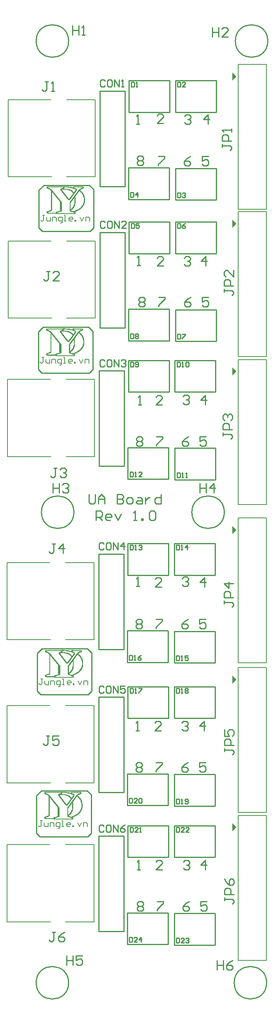
<source format=gto>
G04 Layer_Color=65535*
%FSTAX24Y24*%
%MOIN*%
G70*
G01*
G75*
%ADD11C,0.0100*%
%ADD23C,0.0080*%
%ADD24C,0.0070*%
%ADD25C,0.0079*%
%ADD26C,0.0020*%
G36*
X056365Y046095D02*
X056355D01*
X056005Y045745D01*
Y046455D01*
X056365Y046095D01*
D02*
G37*
G36*
Y033395D02*
X056355D01*
X056005Y033045D01*
Y033755D01*
X056365Y033395D01*
D02*
G37*
G36*
Y020845D02*
X056355D01*
X056005Y020495D01*
Y021205D01*
X056365Y020845D01*
D02*
G37*
G36*
Y084595D02*
X056355D01*
X056005Y084245D01*
Y084955D01*
X056365Y084595D01*
D02*
G37*
G36*
Y072095D02*
X056355D01*
X056005Y071745D01*
Y072455D01*
X056365Y072095D01*
D02*
G37*
G36*
Y059545D02*
X056355D01*
X056005Y059195D01*
Y059905D01*
X056365Y059545D01*
D02*
G37*
D11*
X05893Y00765D02*
G03*
X05893Y00765I-00138J0D01*
G01*
X04208D02*
G03*
X04208Y00765I-00138J0D01*
G01*
X05533Y0476D02*
G03*
X05533Y0476I-00138J0D01*
G01*
X04253D02*
G03*
X04253Y0476I-00138J0D01*
G01*
X05903Y0876D02*
G03*
X05903Y0876I-00138J0D01*
G01*
X04208D02*
G03*
X04208Y0876I-00138J0D01*
G01*
X044729Y083351D02*
X046865D01*
Y075261D02*
Y083351D01*
X044729Y075261D02*
Y083351D01*
Y075261D02*
X046865D01*
X050634Y074181D02*
Y076829D01*
X050624Y076839D02*
X050634Y076829D01*
X050103Y076839D02*
X050624D01*
X047166Y074161D02*
X047603D01*
X05025D02*
X050634D01*
X047166Y074171D02*
Y076839D01*
X047603Y074161D02*
X05025D01*
X047166Y076839D02*
X050103D01*
X051166Y076789D02*
X054103D01*
X051603Y074111D02*
X05425D01*
X051166Y074121D02*
Y076789D01*
X05425Y074111D02*
X054634D01*
X051166D02*
X051603D01*
X054103Y076789D02*
X054624D01*
X054634Y076779D01*
Y074131D02*
Y076779D01*
X051166Y081571D02*
Y084219D01*
Y081571D02*
X051176Y081561D01*
X051697D01*
X054197Y084239D02*
X054634D01*
X051166D02*
X05155D01*
X054634Y081561D02*
Y084229D01*
X05155Y084239D02*
X054197D01*
X051697Y081561D02*
X054634D01*
X047747D02*
X050684D01*
X0476Y084239D02*
X050247D01*
X050684Y081561D02*
Y084229D01*
X047216Y084239D02*
X0476D01*
X050247D02*
X050684D01*
X047226Y081561D02*
X047747D01*
X047216Y081571D02*
X047226Y081561D01*
X047216Y081571D02*
Y084219D01*
X044629Y020101D02*
X046765D01*
Y012011D02*
Y020101D01*
X044629Y012011D02*
Y020101D01*
Y012011D02*
X046765D01*
X044629Y031901D02*
X046765D01*
Y023811D02*
Y031901D01*
X044629Y023811D02*
Y031901D01*
Y023811D02*
X046765D01*
X044629Y044051D02*
X046765D01*
Y035961D02*
Y044051D01*
X044629Y035961D02*
Y044051D01*
Y035961D02*
X046765D01*
X044679Y059601D02*
X046815D01*
Y051511D02*
Y059601D01*
X044679Y051511D02*
Y059601D01*
Y051511D02*
X046815D01*
X044729Y071351D02*
X046865D01*
Y063261D02*
Y071351D01*
X044729Y063261D02*
Y071351D01*
Y063261D02*
X046865D01*
X050634Y062181D02*
Y064829D01*
X050624Y064839D02*
X050634Y064829D01*
X050103Y064839D02*
X050624D01*
X047166Y062161D02*
X047603D01*
X05025D02*
X050634D01*
X047166Y062171D02*
Y064839D01*
X047603Y062161D02*
X05025D01*
X047166Y064839D02*
X050103D01*
X047066Y037539D02*
X050003D01*
X047503Y034861D02*
X05015D01*
X047066Y034871D02*
Y037539D01*
X05015Y034861D02*
X050534D01*
X047066D02*
X047503D01*
X050003Y037539D02*
X050524D01*
X050534Y037529D01*
Y034881D02*
Y037529D01*
X050584Y050431D02*
Y053079D01*
X050574Y053089D02*
X050584Y053079D01*
X050053Y053089D02*
X050574D01*
X047116Y050411D02*
X047553D01*
X0502D02*
X050584D01*
X047116Y050421D02*
Y053089D01*
X047553Y050411D02*
X0502D01*
X047116Y053089D02*
X050053D01*
X047066Y013589D02*
X050003D01*
X047503Y010911D02*
X05015D01*
X047066Y010921D02*
Y013589D01*
X05015Y010911D02*
X050534D01*
X047066D02*
X047503D01*
X050003Y013589D02*
X050524D01*
X050534Y013579D01*
Y010931D02*
Y013579D01*
Y022731D02*
Y025379D01*
X050524Y025389D02*
X050534Y025379D01*
X050003Y025389D02*
X050524D01*
X047066Y022711D02*
X047503D01*
X05015D02*
X050534D01*
X047066Y022721D02*
Y025389D01*
X047503Y022711D02*
X05015D01*
X047066Y025389D02*
X050003D01*
X051066Y013539D02*
X054003D01*
X051503Y010861D02*
X05415D01*
X051066Y010871D02*
Y013539D01*
X05415Y010861D02*
X054534D01*
X051066D02*
X051503D01*
X054003Y013539D02*
X054524D01*
X054534Y013529D01*
Y010881D02*
Y013529D01*
Y022681D02*
Y025329D01*
X054524Y025339D02*
X054534Y025329D01*
X054003Y025339D02*
X054524D01*
X051066Y022661D02*
X051503D01*
X05415D02*
X054534D01*
X051066Y022671D02*
Y025339D01*
X051503Y022661D02*
X05415D01*
X051066Y025339D02*
X054003D01*
X051166Y064789D02*
X054103D01*
X051603Y062111D02*
X05425D01*
X051166Y062121D02*
Y064789D01*
X05425Y062111D02*
X054634D01*
X051166D02*
X051603D01*
X054103Y064789D02*
X054624D01*
X054634Y064779D01*
Y062131D02*
Y064779D01*
X054534Y034831D02*
Y037479D01*
X054524Y037489D02*
X054534Y037479D01*
X054003Y037489D02*
X054524D01*
X051066Y034811D02*
X051503D01*
X05415D02*
X054534D01*
X051066Y034821D02*
Y037489D01*
X051503Y034811D02*
X05415D01*
X051066Y037489D02*
X054003D01*
X051116Y053039D02*
X054053D01*
X051553Y050361D02*
X0542D01*
X051116Y050371D02*
Y053039D01*
X0542Y050361D02*
X054584D01*
X051116D02*
X051553D01*
X054053Y053039D02*
X054574D01*
X054584Y053029D01*
Y050381D02*
Y053029D01*
X051066Y042271D02*
Y044919D01*
Y042271D02*
X051076Y042261D01*
X051597D01*
X054097Y044939D02*
X054534D01*
X051066D02*
X05145D01*
X054534Y042261D02*
Y044929D01*
X05145Y044939D02*
X054097D01*
X051597Y042261D02*
X054534D01*
X051597Y018311D02*
X054534D01*
X05145Y020989D02*
X054097D01*
X054534Y018311D02*
Y020979D01*
X051066Y020989D02*
X05145D01*
X054097D02*
X054534D01*
X051076Y018311D02*
X051597D01*
X051066Y018321D02*
X051076Y018311D01*
X051066Y018321D02*
Y020969D01*
Y030121D02*
Y032769D01*
Y030121D02*
X051076Y030111D01*
X051597D01*
X054097Y032789D02*
X054534D01*
X051066D02*
X05145D01*
X054534Y030111D02*
Y032779D01*
X05145Y032789D02*
X054097D01*
X051597Y030111D02*
X054534D01*
X051697Y069561D02*
X054634D01*
X05155Y072239D02*
X054197D01*
X054634Y069561D02*
Y072229D01*
X051166Y072239D02*
X05155D01*
X054197D02*
X054634D01*
X051176Y069561D02*
X051697D01*
X051166Y069571D02*
X051176Y069561D01*
X051166Y069571D02*
Y072219D01*
X051116Y057821D02*
Y060469D01*
Y057821D02*
X051126Y057811D01*
X051647D01*
X054147Y060489D02*
X054584D01*
X051116D02*
X0515D01*
X054584Y057811D02*
Y060479D01*
X0515Y060489D02*
X054147D01*
X051647Y057811D02*
X054584D01*
X047747Y069561D02*
X050684D01*
X0476Y072239D02*
X050247D01*
X050684Y069561D02*
Y072229D01*
X047216Y072239D02*
X0476D01*
X050247D02*
X050684D01*
X047226Y069561D02*
X047747D01*
X047216Y069571D02*
X047226Y069561D01*
X047216Y069571D02*
Y072219D01*
X047116Y030121D02*
Y032769D01*
Y030121D02*
X047126Y030111D01*
X047647D01*
X050147Y032789D02*
X050584D01*
X047116D02*
X0475D01*
X050584Y030111D02*
Y032779D01*
X0475Y032789D02*
X050147D01*
X047647Y030111D02*
X050584D01*
X047647Y018311D02*
X050584D01*
X0475Y020989D02*
X050147D01*
X050584Y018311D02*
Y020979D01*
X047116Y020989D02*
X0475D01*
X050147D02*
X050584D01*
X047126Y018311D02*
X047647D01*
X047116Y018321D02*
X047126Y018311D01*
X047116Y018321D02*
Y020969D01*
X047166Y057821D02*
Y060469D01*
Y057821D02*
X047176Y057811D01*
X047697D01*
X050197Y060489D02*
X050634D01*
X047166D02*
X04755D01*
X050634Y057811D02*
Y060479D01*
X04755Y060489D02*
X050197D01*
X047697Y057811D02*
X050634D01*
X047647Y042261D02*
X050584D01*
X0475Y044939D02*
X050147D01*
X050584Y042261D02*
Y044929D01*
X047116Y044939D02*
X0475D01*
X050147D02*
X050584D01*
X047126Y042261D02*
X047647D01*
X047116Y042271D02*
X047126Y042261D01*
X047116Y042271D02*
Y044919D01*
X039813Y036012D02*
X043688D01*
X04405Y03565D01*
Y0324D02*
Y03565D01*
X0394Y0324D02*
X0397Y0321D01*
X0394Y0356D02*
X039813Y036012D01*
X0394Y0324D02*
Y0356D01*
X0397Y0321D02*
X04375D01*
X04405Y0324D01*
X039962Y075363D02*
X043837D01*
X0442Y075D01*
Y07175D02*
Y075D01*
X03955Y07175D02*
X03985Y07145D01*
X03955Y07495D02*
X039962Y075363D01*
X03955Y07175D02*
Y07495D01*
X03985Y07145D02*
X0439D01*
X0442Y07175D01*
X039762Y023963D02*
X043637D01*
X044Y0236D01*
Y02035D02*
Y0236D01*
X03935Y02035D02*
X03965Y02005D01*
X03935Y02355D02*
X039762Y023963D01*
X03935Y02035D02*
Y02355D01*
X03965Y02005D02*
X0437D01*
X044Y02035D01*
X039913Y063313D02*
X043787D01*
X04415Y06295D01*
Y0597D02*
Y06295D01*
X0395Y0597D02*
X0398Y0594D01*
X0395Y0629D02*
X039913Y063313D01*
X0395Y0597D02*
Y0629D01*
X0398Y0594D02*
X04385D01*
X04415Y0597D01*
X05535Y014883D02*
Y014617D01*
Y01475D01*
X056017D01*
X05615Y014617D01*
Y014483D01*
X056017Y01435D01*
X05615Y01515D02*
X05535D01*
Y01555D01*
X055484Y015683D01*
X05575D01*
X055883Y01555D01*
Y01515D01*
X05535Y016483D02*
X055484Y016216D01*
X05575Y015949D01*
X056017D01*
X05615Y016083D01*
Y016349D01*
X056017Y016483D01*
X055883D01*
X05575Y016349D01*
Y015949D01*
X05535Y027533D02*
Y027267D01*
Y0274D01*
X056017D01*
X05615Y027267D01*
Y027133D01*
X056017Y027D01*
X05615Y0278D02*
X05535D01*
Y0282D01*
X055484Y028333D01*
X05575D01*
X055883Y0282D01*
Y0278D01*
X05535Y029133D02*
Y028599D01*
X05575D01*
X055617Y028866D01*
Y028999D01*
X05575Y029133D01*
X056017D01*
X05615Y028999D01*
Y028733D01*
X056017Y028599D01*
X0553Y040083D02*
Y039817D01*
Y03995D01*
X055967D01*
X0561Y039817D01*
Y039683D01*
X055967Y03955D01*
X0561Y04035D02*
X0553D01*
Y04075D01*
X055434Y040883D01*
X0557D01*
X055833Y04075D01*
Y04035D01*
X0561Y041549D02*
X0553D01*
X0557Y041149D01*
Y041683D01*
X0552Y054333D02*
Y054067D01*
Y0542D01*
X055867D01*
X056Y054067D01*
Y053933D01*
X055867Y0538D01*
X056Y0546D02*
X0552D01*
Y055D01*
X055334Y055133D01*
X0556D01*
X055733Y055D01*
Y0546D01*
X055334Y055399D02*
X0552Y055533D01*
Y055799D01*
X055334Y055933D01*
X055467D01*
X0556Y055799D01*
Y055666D01*
Y055799D01*
X055733Y055933D01*
X055867D01*
X056Y055799D01*
Y055533D01*
X055867Y055399D01*
X0553Y066533D02*
Y066267D01*
Y0664D01*
X055967D01*
X0561Y066267D01*
Y066133D01*
X055967Y066D01*
X0561Y0668D02*
X0553D01*
Y0672D01*
X055434Y067333D01*
X0557D01*
X055833Y0672D01*
Y0668D01*
X0561Y068133D02*
Y067599D01*
X055567Y068133D01*
X055434D01*
X0553Y067999D01*
Y067733D01*
X055434Y067599D01*
X05515Y078833D02*
Y078567D01*
Y0787D01*
X055817D01*
X05595Y078567D01*
Y078433D01*
X055817Y0783D01*
X05595Y0791D02*
X05515D01*
Y0795D01*
X055284Y079633D01*
X05555D01*
X055683Y0795D01*
Y0791D01*
X05595Y079899D02*
Y080166D01*
Y080033D01*
X05515D01*
X055284Y079899D01*
X0547Y00955D02*
Y00875D01*
Y00915D01*
X055233D01*
Y00955D01*
Y00875D01*
X056033Y00955D02*
X055766Y009416D01*
X0555Y00915D01*
Y008883D01*
X055633Y00875D01*
X0559D01*
X056033Y008883D01*
Y009017D01*
X0559Y00915D01*
X0555D01*
X0419Y00995D02*
Y00915D01*
Y00955D01*
X042433D01*
Y00995D01*
Y00915D01*
X043233Y00995D02*
X0427D01*
Y00955D01*
X042966Y009683D01*
X0431D01*
X043233Y00955D01*
Y009283D01*
X0431Y00915D01*
X042833D01*
X0427Y009283D01*
X05325Y05005D02*
Y04925D01*
Y04965D01*
X053783D01*
Y05005D01*
Y04925D01*
X05445D02*
Y05005D01*
X05405Y04965D01*
X054583D01*
X04075Y05005D02*
Y04925D01*
Y04965D01*
X041283D01*
Y05005D01*
Y04925D01*
X04155Y049916D02*
X041683Y05005D01*
X04195D01*
X042083Y049916D01*
Y049783D01*
X04195Y04965D01*
X041816D01*
X04195D01*
X042083Y049517D01*
Y049383D01*
X04195Y04925D01*
X041683D01*
X04155Y049383D01*
X0543Y08875D02*
Y08795D01*
Y08835D01*
X054833D01*
Y08875D01*
Y08795D01*
X055633D02*
X0551D01*
X055633Y088483D01*
Y088616D01*
X0555Y08875D01*
X055233D01*
X0551Y088616D01*
X0424Y0889D02*
Y0881D01*
Y0885D01*
X042933D01*
Y0889D01*
Y0881D01*
X0432D02*
X043466D01*
X043333D01*
Y0889D01*
X0432Y088766D01*
X04518Y0842D02*
X04508Y0843D01*
X04488D01*
X04478Y0842D01*
Y0838D01*
X04488Y0837D01*
X04508D01*
X04518Y0838D01*
X04568Y0843D02*
X04548D01*
X04538Y0842D01*
Y0838D01*
X04548Y0837D01*
X04568D01*
X04578Y0838D01*
Y0842D01*
X04568Y0843D01*
X04598Y0837D02*
Y0843D01*
X046379Y0837D01*
Y0843D01*
X046579Y0837D02*
X046779D01*
X046679D01*
Y0843D01*
X046579Y0842D01*
X04735Y07475D02*
Y07435D01*
X04755D01*
X047617Y074417D01*
Y074683D01*
X04755Y07475D01*
X04735D01*
X04795Y07435D02*
Y07475D01*
X04775Y07455D01*
X048016D01*
X05135Y0747D02*
Y0743D01*
X05155D01*
X051617Y074367D01*
Y074633D01*
X05155Y0747D01*
X05135D01*
X05175Y074633D02*
X051817Y0747D01*
X05195D01*
X052016Y074633D01*
Y074567D01*
X05195Y0745D01*
X051883D01*
X05195D01*
X052016Y074433D01*
Y074367D01*
X05195Y0743D01*
X051817D01*
X05175Y074367D01*
X05135Y0841D02*
Y0837D01*
X05155D01*
X051617Y083767D01*
Y084033D01*
X05155Y0841D01*
X05135D01*
X052016Y0837D02*
X05175D01*
X052016Y083967D01*
Y084033D01*
X05195Y0841D01*
X051817D01*
X05175Y084033D01*
X0474Y0841D02*
Y0837D01*
X0476D01*
X047667Y083767D01*
Y084033D01*
X0476Y0841D01*
X0474D01*
X0478Y0837D02*
X047933D01*
X047867D01*
Y0841D01*
X0478Y084033D01*
X040933Y01195D02*
X040667D01*
X0408D01*
Y011283D01*
X040667Y01115D01*
X040533D01*
X0404Y011283D01*
X041733Y01195D02*
X041466Y011816D01*
X0412Y01155D01*
Y011283D01*
X041333Y01115D01*
X0416D01*
X041733Y011283D01*
Y011417D01*
X0416Y01155D01*
X0412D01*
X040433Y0286D02*
X040167D01*
X0403D01*
Y027933D01*
X040167Y0278D01*
X040033D01*
X0399Y027933D01*
X041233Y0286D02*
X0407D01*
Y0282D01*
X040966Y028333D01*
X0411D01*
X041233Y0282D01*
Y027933D01*
X0411Y0278D01*
X040833D01*
X0407Y027933D01*
X040933Y0449D02*
X040667D01*
X0408D01*
Y044233D01*
X040667Y0441D01*
X040533D01*
X0404Y044233D01*
X0416Y0441D02*
Y0449D01*
X0412Y0445D01*
X041733D01*
X041083Y05135D02*
X040817D01*
X04095D01*
Y050683D01*
X040817Y05055D01*
X040683D01*
X04055Y050683D01*
X04135Y051216D02*
X041483Y05135D01*
X04175D01*
X041883Y051216D01*
Y051083D01*
X04175Y05095D01*
X041616D01*
X04175D01*
X041883Y050817D01*
Y050683D01*
X04175Y05055D01*
X041483D01*
X04135Y050683D01*
X040483Y06805D02*
X040217D01*
X04035D01*
Y067383D01*
X040217Y06725D01*
X040083D01*
X03995Y067383D01*
X041283Y06725D02*
X04075D01*
X041283Y067783D01*
Y067916D01*
X04115Y06805D01*
X040883D01*
X04075Y067916D01*
X04508Y02095D02*
X04498Y02105D01*
X04478D01*
X04468Y02095D01*
Y02055D01*
X04478Y02045D01*
X04498D01*
X04508Y02055D01*
X04558Y02105D02*
X04538D01*
X04528Y02095D01*
Y02055D01*
X04538Y02045D01*
X04558D01*
X04568Y02055D01*
Y02095D01*
X04558Y02105D01*
X04588Y02045D02*
Y02105D01*
X046279Y02045D01*
Y02105D01*
X046879D02*
X046679Y02095D01*
X046479Y02075D01*
Y02055D01*
X046579Y02045D01*
X046779D01*
X046879Y02055D01*
Y02065D01*
X046779Y02075D01*
X046479D01*
X04508Y03275D02*
X04498Y03285D01*
X04478D01*
X04468Y03275D01*
Y03235D01*
X04478Y03225D01*
X04498D01*
X04508Y03235D01*
X04558Y03285D02*
X04538D01*
X04528Y03275D01*
Y03235D01*
X04538Y03225D01*
X04558D01*
X04568Y03235D01*
Y03275D01*
X04558Y03285D01*
X04588Y03225D02*
Y03285D01*
X046279Y03225D01*
Y03285D01*
X046879D02*
X046479D01*
Y03255D01*
X046679Y03265D01*
X046779D01*
X046879Y03255D01*
Y03235D01*
X046779Y03225D01*
X046579D01*
X046479Y03235D01*
X04508Y0449D02*
X04498Y045D01*
X04478D01*
X04468Y0449D01*
Y0445D01*
X04478Y0444D01*
X04498D01*
X04508Y0445D01*
X04558Y045D02*
X04538D01*
X04528Y0449D01*
Y0445D01*
X04538Y0444D01*
X04558D01*
X04568Y0445D01*
Y0449D01*
X04558Y045D01*
X04588Y0444D02*
Y045D01*
X046279Y0444D01*
Y045D01*
X046779Y0444D02*
Y045D01*
X046479Y0447D01*
X046879D01*
X04513Y06045D02*
X04503Y06055D01*
X04483D01*
X04473Y06045D01*
Y06005D01*
X04483Y05995D01*
X04503D01*
X04513Y06005D01*
X04563Y06055D02*
X04543D01*
X04533Y06045D01*
Y06005D01*
X04543Y05995D01*
X04563D01*
X04573Y06005D01*
Y06045D01*
X04563Y06055D01*
X04593Y05995D02*
Y06055D01*
X046329Y05995D01*
Y06055D01*
X046529Y06045D02*
X046629Y06055D01*
X046829D01*
X046929Y06045D01*
Y06035D01*
X046829Y06025D01*
X046729D01*
X046829D01*
X046929Y06015D01*
Y06005D01*
X046829Y05995D01*
X046629D01*
X046529Y06005D01*
X04518Y0722D02*
X04508Y0723D01*
X04488D01*
X04478Y0722D01*
Y0718D01*
X04488Y0717D01*
X04508D01*
X04518Y0718D01*
X04568Y0723D02*
X04548D01*
X04538Y0722D01*
Y0718D01*
X04548Y0717D01*
X04568D01*
X04578Y0718D01*
Y0722D01*
X04568Y0723D01*
X04598Y0717D02*
Y0723D01*
X046379Y0717D01*
Y0723D01*
X046979Y0717D02*
X046579D01*
X046979Y0721D01*
Y0722D01*
X046879Y0723D01*
X046679D01*
X046579Y0722D01*
X04735Y06275D02*
Y06235D01*
X04755D01*
X047617Y062417D01*
Y062683D01*
X04755Y06275D01*
X04735D01*
X04775Y062683D02*
X047817Y06275D01*
X04795D01*
X048016Y062683D01*
Y062617D01*
X04795Y06255D01*
X048016Y062483D01*
Y062417D01*
X04795Y06235D01*
X047817D01*
X04775Y062417D01*
Y062483D01*
X047817Y06255D01*
X04775Y062617D01*
Y062683D01*
X047817Y06255D02*
X04795D01*
X04725Y03545D02*
Y03505D01*
X04745D01*
X047517Y035117D01*
Y035383D01*
X04745Y03545D01*
X04725D01*
X04765Y03505D02*
X047783D01*
X047717D01*
Y03545D01*
X04765Y035383D01*
X04825Y03545D02*
X048116Y035383D01*
X047983Y03525D01*
Y035117D01*
X04805Y03505D01*
X048183D01*
X04825Y035117D01*
Y035183D01*
X048183Y03525D01*
X047983D01*
X0473Y051D02*
Y0506D01*
X0475D01*
X047567Y050667D01*
Y050933D01*
X0475Y051D01*
X0473D01*
X0477Y0506D02*
X047833D01*
X047767D01*
Y051D01*
X0477Y050933D01*
X0483Y0506D02*
X048033D01*
X0483Y050867D01*
Y050933D01*
X048233Y051D01*
X0481D01*
X048033Y050933D01*
X04725Y0115D02*
Y0111D01*
X04745D01*
X047517Y011167D01*
Y011433D01*
X04745Y0115D01*
X04725D01*
X047916Y0111D02*
X04765D01*
X047916Y011367D01*
Y011433D01*
X04785Y0115D01*
X047717D01*
X04765Y011433D01*
X04825Y0111D02*
Y0115D01*
X04805Y0113D01*
X048316D01*
X04725Y0233D02*
Y0229D01*
X04745D01*
X047517Y022967D01*
Y023233D01*
X04745Y0233D01*
X04725D01*
X047916Y0229D02*
X04765D01*
X047916Y023167D01*
Y023233D01*
X04785Y0233D01*
X047717D01*
X04765Y023233D01*
X04805D02*
X048116Y0233D01*
X04825D01*
X048316Y023233D01*
Y022967D01*
X04825Y0229D01*
X048116D01*
X04805Y022967D01*
Y023233D01*
X05125Y01145D02*
Y01105D01*
X05145D01*
X051517Y011117D01*
Y011383D01*
X05145Y01145D01*
X05125D01*
X051916Y01105D02*
X05165D01*
X051916Y011317D01*
Y011383D01*
X05185Y01145D01*
X051717D01*
X05165Y011383D01*
X05205D02*
X052116Y01145D01*
X05225D01*
X052316Y011383D01*
Y011317D01*
X05225Y01125D01*
X052183D01*
X05225D01*
X052316Y011183D01*
Y011117D01*
X05225Y01105D01*
X052116D01*
X05205Y011117D01*
X05125Y02325D02*
Y02285D01*
X05145D01*
X051517Y022917D01*
Y023183D01*
X05145Y02325D01*
X05125D01*
X05165Y02285D02*
X051783D01*
X051717D01*
Y02325D01*
X05165Y023183D01*
X051983Y022917D02*
X05205Y02285D01*
X052183D01*
X05225Y022917D01*
Y023183D01*
X052183Y02325D01*
X05205D01*
X051983Y023183D01*
Y023117D01*
X05205Y02305D01*
X05225D01*
X05135Y0627D02*
Y0623D01*
X05155D01*
X051617Y062367D01*
Y062633D01*
X05155Y0627D01*
X05135D01*
X05175D02*
X052016D01*
Y062633D01*
X05175Y062367D01*
Y0623D01*
X05125Y0354D02*
Y035D01*
X05145D01*
X051517Y035067D01*
Y035333D01*
X05145Y0354D01*
X05125D01*
X05165Y035D02*
X051783D01*
X051717D01*
Y0354D01*
X05165Y035333D01*
X05225Y0354D02*
X051983D01*
Y0352D01*
X052116Y035267D01*
X052183D01*
X05225Y0352D01*
Y035067D01*
X052183Y035D01*
X05205D01*
X051983Y035067D01*
X0513Y05095D02*
Y05055D01*
X0515D01*
X051567Y050617D01*
Y050883D01*
X0515Y05095D01*
X0513D01*
X0517Y05055D02*
X051833D01*
X051767D01*
Y05095D01*
X0517Y050883D01*
X052033Y05055D02*
X052166D01*
X0521D01*
Y05095D01*
X052033Y050883D01*
X05125Y0448D02*
Y0444D01*
X05145D01*
X051517Y044467D01*
Y044733D01*
X05145Y0448D01*
X05125D01*
X05165Y0444D02*
X051783D01*
X051717D01*
Y0448D01*
X05165Y044733D01*
X052183Y0444D02*
Y0448D01*
X051983Y0446D01*
X05225D01*
X05125Y02085D02*
Y02045D01*
X05145D01*
X051517Y020517D01*
Y020783D01*
X05145Y02085D01*
X05125D01*
X051916Y02045D02*
X05165D01*
X051916Y020717D01*
Y020783D01*
X05185Y02085D01*
X051717D01*
X05165Y020783D01*
X052316Y02045D02*
X05205D01*
X052316Y020717D01*
Y020783D01*
X05225Y02085D01*
X052116D01*
X05205Y020783D01*
X05125Y03265D02*
Y03225D01*
X05145D01*
X051517Y032317D01*
Y032583D01*
X05145Y03265D01*
X05125D01*
X05165Y03225D02*
X051783D01*
X051717D01*
Y03265D01*
X05165Y032583D01*
X051983D02*
X05205Y03265D01*
X052183D01*
X05225Y032583D01*
Y032517D01*
X052183Y03245D01*
X05225Y032383D01*
Y032317D01*
X052183Y03225D01*
X05205D01*
X051983Y032317D01*
Y032383D01*
X05205Y03245D01*
X051983Y032517D01*
Y032583D01*
X05205Y03245D02*
X052183D01*
X05135Y0721D02*
Y0717D01*
X05155D01*
X051617Y071767D01*
Y072033D01*
X05155Y0721D01*
X05135D01*
X052016D02*
X051883Y072033D01*
X05175Y0719D01*
Y071767D01*
X051817Y0717D01*
X05195D01*
X052016Y071767D01*
Y071833D01*
X05195Y0719D01*
X05175D01*
X0513Y06035D02*
Y05995D01*
X0515D01*
X051567Y060017D01*
Y060283D01*
X0515Y06035D01*
X0513D01*
X0517Y05995D02*
X051833D01*
X051767D01*
Y06035D01*
X0517Y060283D01*
X052033D02*
X0521Y06035D01*
X052233D01*
X0523Y060283D01*
Y060017D01*
X052233Y05995D01*
X0521D01*
X052033Y060017D01*
Y060283D01*
X0474Y0721D02*
Y0717D01*
X0476D01*
X047667Y071767D01*
Y072033D01*
X0476Y0721D01*
X0474D01*
X048066D02*
X0478D01*
Y0719D01*
X047933Y071967D01*
X048D01*
X048066Y0719D01*
Y071767D01*
X048Y0717D01*
X047867D01*
X0478Y071767D01*
X0473Y03265D02*
Y03225D01*
X0475D01*
X047567Y032317D01*
Y032583D01*
X0475Y03265D01*
X0473D01*
X0477Y03225D02*
X047833D01*
X047767D01*
Y03265D01*
X0477Y032583D01*
X048033Y03265D02*
X0483D01*
Y032583D01*
X048033Y032317D01*
Y03225D01*
X0473Y02085D02*
Y02045D01*
X0475D01*
X047567Y020517D01*
Y020783D01*
X0475Y02085D01*
X0473D01*
X047966Y02045D02*
X0477D01*
X047966Y020717D01*
Y020783D01*
X0479Y02085D01*
X047767D01*
X0477Y020783D01*
X0481Y02045D02*
X048233D01*
X048166D01*
Y02085D01*
X0481Y020783D01*
X04735Y06035D02*
Y05995D01*
X04755D01*
X047617Y060017D01*
Y060283D01*
X04755Y06035D01*
X04735D01*
X04775Y060017D02*
X047817Y05995D01*
X04795D01*
X048016Y060017D01*
Y060283D01*
X04795Y06035D01*
X047817D01*
X04775Y060283D01*
Y060217D01*
X047817Y06015D01*
X048016D01*
X0473Y0448D02*
Y0444D01*
X0475D01*
X047567Y044467D01*
Y044733D01*
X0475Y0448D01*
X0473D01*
X0477Y0444D02*
X047833D01*
X047767D01*
Y0448D01*
X0477Y044733D01*
X048033D02*
X0481Y0448D01*
X048233D01*
X0483Y044733D01*
Y044667D01*
X048233Y0446D01*
X048166D01*
X048233D01*
X0483Y044533D01*
Y044467D01*
X048233Y0444D01*
X0481D01*
X048033Y044467D01*
X040333Y08415D02*
X040067D01*
X0402D01*
Y083483D01*
X040067Y08335D01*
X039933D01*
X0398Y083483D01*
X0406Y08335D02*
X040866D01*
X040733D01*
Y08415D01*
X0406Y084016D01*
X0479Y077716D02*
X048033Y07785D01*
X0483D01*
X048433Y077716D01*
Y077583D01*
X0483Y07745D01*
X048433Y077317D01*
Y077183D01*
X0483Y07705D01*
X048033D01*
X0479Y077183D01*
Y077317D01*
X048033Y07745D01*
X0479Y077583D01*
Y077716D01*
X048033Y07745D02*
X0483D01*
X0497Y0778D02*
X050233D01*
Y077666D01*
X0497Y077133D01*
Y077D01*
X052433Y0778D02*
X052167Y077666D01*
X0519Y0774D01*
Y077133D01*
X052033Y077D01*
X0523D01*
X052433Y077133D01*
Y077267D01*
X0523Y0774D01*
X0519D01*
X053983Y0778D02*
X05345D01*
Y0774D01*
X053717Y077533D01*
X05385D01*
X053983Y0774D01*
Y077133D01*
X05385Y077D01*
X053583D01*
X05345Y077133D01*
X05395Y08055D02*
Y08135D01*
X05355Y08095D01*
X054083D01*
X05195Y081216D02*
X052083Y08135D01*
X05235D01*
X052483Y081216D01*
Y081083D01*
X05235Y08095D01*
X052217D01*
X05235D01*
X052483Y080817D01*
Y080683D01*
X05235Y08055D01*
X052083D01*
X05195Y080683D01*
X050133Y0806D02*
X0496D01*
X050133Y081133D01*
Y081266D01*
X05Y0814D01*
X049733D01*
X0496Y081266D01*
X04785Y08055D02*
X048117D01*
X047983D01*
Y08135D01*
X04785Y081216D01*
X0479Y06855D02*
X048167D01*
X048033D01*
Y06935D01*
X0479Y069216D01*
X050133Y0685D02*
X0496D01*
X050133Y069033D01*
Y069166D01*
X05Y0693D01*
X049733D01*
X0496Y069166D01*
X0519D02*
X052033Y0693D01*
X0523D01*
X052433Y069166D01*
Y069033D01*
X0523Y0689D01*
X052167D01*
X0523D01*
X052433Y068767D01*
Y068633D01*
X0523Y0685D01*
X052033D01*
X0519Y068633D01*
X05375Y0685D02*
Y0693D01*
X05335Y0689D01*
X053883D01*
X053983Y06585D02*
X05345D01*
Y06545D01*
X053717Y065583D01*
X05385D01*
X053983Y06545D01*
Y065183D01*
X05385Y06505D01*
X053583D01*
X05345Y065183D01*
X052483Y06585D02*
X052217Y065716D01*
X05195Y06545D01*
Y065183D01*
X052083Y06505D01*
X05235D01*
X052483Y065183D01*
Y065317D01*
X05235Y06545D01*
X05195D01*
X04975Y06585D02*
X050283D01*
Y065716D01*
X04975Y065183D01*
Y06505D01*
X04805Y065716D02*
X048183Y06585D01*
X04845D01*
X048583Y065716D01*
Y065583D01*
X04845Y06545D01*
X048583Y065317D01*
Y065183D01*
X04845Y06505D01*
X048183D01*
X04805Y065183D01*
Y065317D01*
X048183Y06545D01*
X04805Y065583D01*
Y065716D01*
X048183Y06545D02*
X04845D01*
X0478Y038366D02*
X047933Y0385D01*
X0482D01*
X048333Y038366D01*
Y038233D01*
X0482Y0381D01*
X048333Y037967D01*
Y037833D01*
X0482Y0377D01*
X047933D01*
X0478Y037833D01*
Y037967D01*
X047933Y0381D01*
X0478Y038233D01*
Y038366D01*
X047933Y0381D02*
X0482D01*
X0495Y0385D02*
X050033D01*
Y038366D01*
X0495Y037833D01*
Y0377D01*
X052233Y0385D02*
X051967Y038366D01*
X0517Y0381D01*
Y037833D01*
X051833Y0377D01*
X0521D01*
X052233Y037833D01*
Y037967D01*
X0521Y0381D01*
X0517D01*
X053733Y0385D02*
X0532D01*
Y0381D01*
X053467Y038233D01*
X0536D01*
X053733Y0381D01*
Y037833D01*
X0536Y0377D01*
X053333D01*
X0532Y037833D01*
X05365Y04125D02*
Y04205D01*
X05325Y04165D01*
X053783D01*
X05175Y041966D02*
X051883Y0421D01*
X05215D01*
X052283Y041966D01*
Y041833D01*
X05215Y0417D01*
X052017D01*
X05215D01*
X052283Y041567D01*
Y041433D01*
X05215Y0413D01*
X051883D01*
X05175Y041433D01*
X049983Y04125D02*
X04945D01*
X049983Y041783D01*
Y041916D01*
X04985Y04205D01*
X049583D01*
X04945Y041916D01*
X04785Y0413D02*
X048117D01*
X047983D01*
Y0421D01*
X04785Y041966D01*
X048Y0567D02*
X048267D01*
X048133D01*
Y0575D01*
X048Y057366D01*
X050033Y0567D02*
X0495D01*
X050033Y057233D01*
Y057366D01*
X0499Y0575D01*
X049633D01*
X0495Y057366D01*
X0518Y057416D02*
X051933Y05755D01*
X0522D01*
X052333Y057416D01*
Y057283D01*
X0522Y05715D01*
X052067D01*
X0522D01*
X052333Y057017D01*
Y056883D01*
X0522Y05675D01*
X051933D01*
X0518Y056883D01*
X0537Y0567D02*
Y0575D01*
X0533Y0571D01*
X053833D01*
X053783Y054D02*
X05325D01*
Y0536D01*
X053517Y053733D01*
X05365D01*
X053783Y0536D01*
Y053333D01*
X05365Y0532D01*
X053383D01*
X05325Y053333D01*
X052283Y054D02*
X052017Y053866D01*
X05175Y0536D01*
Y053333D01*
X051883Y0532D01*
X05215D01*
X052283Y053333D01*
Y053467D01*
X05215Y0536D01*
X05175D01*
X04955Y054D02*
X050083D01*
Y053866D01*
X04955Y053333D01*
Y0532D01*
X04785Y053866D02*
X047983Y054D01*
X04825D01*
X048383Y053866D01*
Y053733D01*
X04825Y0536D01*
X048383Y053467D01*
Y053333D01*
X04825Y0532D01*
X047983D01*
X04785Y053333D01*
Y053467D01*
X047983Y0536D01*
X04785Y053733D01*
Y053866D01*
X047983Y0536D02*
X04825D01*
X0479Y014416D02*
X048033Y01455D01*
X0483D01*
X048433Y014416D01*
Y014283D01*
X0483Y01415D01*
X048433Y014017D01*
Y013883D01*
X0483Y01375D01*
X048033D01*
X0479Y013883D01*
Y014017D01*
X048033Y01415D01*
X0479Y014283D01*
Y014416D01*
X048033Y01415D02*
X0483D01*
X0496Y01455D02*
X050133D01*
Y014416D01*
X0496Y013883D01*
Y01375D01*
X052333Y01455D02*
X052067Y014416D01*
X0518Y01415D01*
Y013883D01*
X051933Y01375D01*
X0522D01*
X052333Y013883D01*
Y014017D01*
X0522Y01415D01*
X0518D01*
X053833Y01455D02*
X0533D01*
Y01415D01*
X053567Y014283D01*
X0537D01*
X053833Y01415D01*
Y013883D01*
X0537Y01375D01*
X053433D01*
X0533Y013883D01*
X0537Y01725D02*
Y01805D01*
X0533Y01765D01*
X053833D01*
X05185Y017916D02*
X051983Y01805D01*
X05225D01*
X052383Y017916D01*
Y017783D01*
X05225Y01765D01*
X052117D01*
X05225D01*
X052383Y017517D01*
Y017383D01*
X05225Y01725D01*
X051983D01*
X05185Y017383D01*
X050033Y01725D02*
X0495D01*
X050033Y017783D01*
Y017916D01*
X0499Y01805D01*
X049633D01*
X0495Y017916D01*
X0479Y01725D02*
X048167D01*
X048033D01*
Y01805D01*
X0479Y017916D01*
X0478Y02905D02*
X048067D01*
X047933D01*
Y02985D01*
X0478Y029716D01*
X049933Y02905D02*
X0494D01*
X049933Y029583D01*
Y029716D01*
X0498Y02985D01*
X049533D01*
X0494Y029716D01*
X0517D02*
X051833Y02985D01*
X0521D01*
X052233Y029716D01*
Y029583D01*
X0521Y02945D01*
X051967D01*
X0521D01*
X052233Y029317D01*
Y029183D01*
X0521Y02905D01*
X051833D01*
X0517Y029183D01*
X0536Y02905D02*
Y02985D01*
X0532Y02945D01*
X053733D01*
X053733Y02635D02*
X0532D01*
Y02595D01*
X053467Y026083D01*
X0536D01*
X053733Y02595D01*
Y025683D01*
X0536Y02555D01*
X053333D01*
X0532Y025683D01*
X052233Y02635D02*
X051967Y026216D01*
X0517Y02595D01*
Y025683D01*
X051833Y02555D01*
X0521D01*
X052233Y025683D01*
Y025817D01*
X0521Y02595D01*
X0517D01*
X0495Y02635D02*
X050033D01*
Y026216D01*
X0495Y025683D01*
Y02555D01*
X0478Y026216D02*
X047933Y02635D01*
X0482D01*
X048333Y026216D01*
Y026083D01*
X0482Y02595D01*
X048333Y025817D01*
Y025683D01*
X0482Y02555D01*
X047933D01*
X0478Y025683D01*
Y025817D01*
X047933Y02595D01*
X0478Y026083D01*
Y026216D01*
X047933Y02595D02*
X0482D01*
X0438Y0491D02*
Y048433D01*
X043933Y0483D01*
X0442D01*
X044333Y048433D01*
Y0491D01*
X0446Y0483D02*
Y048833D01*
X044866Y0491D01*
X045133Y048833D01*
Y0483D01*
Y0487D01*
X0446D01*
X046199Y0491D02*
Y0483D01*
X046599D01*
X046732Y048433D01*
Y048567D01*
X046599Y0487D01*
X046199D01*
X046599D01*
X046732Y048833D01*
Y048966D01*
X046599Y0491D01*
X046199D01*
X047132Y0483D02*
X047399D01*
X047532Y048433D01*
Y0487D01*
X047399Y048833D01*
X047132D01*
X046999Y0487D01*
Y048433D01*
X047132Y0483D01*
X047932Y048833D02*
X048199D01*
X048332Y0487D01*
Y0483D01*
X047932D01*
X047799Y048433D01*
X047932Y048567D01*
X048332D01*
X048598Y048833D02*
Y0483D01*
Y048567D01*
X048732Y0487D01*
X048865Y048833D01*
X048998D01*
X049931Y0491D02*
Y0483D01*
X049531D01*
X049398Y048433D01*
Y0487D01*
X049531Y048833D01*
X049931D01*
X0444Y0469D02*
Y0477D01*
X0448D01*
X044933Y047566D01*
Y0473D01*
X0448Y047167D01*
X0444D01*
X044667D02*
X044933Y0469D01*
X0456D02*
X045333D01*
X0452Y047033D01*
Y0473D01*
X045333Y047433D01*
X0456D01*
X045733Y0473D01*
Y047167D01*
X0452D01*
X045999Y047433D02*
X046266Y0469D01*
X046533Y047433D01*
X047599Y0469D02*
X047866D01*
X047732D01*
Y0477D01*
X047599Y047566D01*
X048265Y0469D02*
Y047033D01*
X048399D01*
Y0469D01*
X048265D01*
X048932Y047566D02*
X049065Y0477D01*
X049332D01*
X049465Y047566D01*
Y047033D01*
X049332Y0469D01*
X049065D01*
X048932Y047033D01*
Y047566D01*
D23*
X039883Y03345D02*
X039717D01*
X0398D01*
Y033033D01*
X039717Y03295D01*
X039633D01*
X03955Y033033D01*
X04005Y033283D02*
Y033033D01*
X040133Y03295D01*
X040383D01*
Y033283D01*
X04055Y03295D02*
Y033283D01*
X0408D01*
X040883Y0332D01*
Y03295D01*
X041216Y032783D02*
X041299D01*
X041383Y032867D01*
Y033283D01*
X041133D01*
X04105Y0332D01*
Y033033D01*
X041133Y03295D01*
X041383D01*
X041549D02*
X041716D01*
X041633D01*
Y03345D01*
X041549D01*
X042216Y03295D02*
X042049D01*
X041966Y033033D01*
Y0332D01*
X042049Y033283D01*
X042216D01*
X042299Y0332D01*
Y033117D01*
X041966D01*
X042466Y03295D02*
Y033033D01*
X042549D01*
Y03295D01*
X042466D01*
X042882Y033283D02*
X043049Y03295D01*
X043215Y033283D01*
X043382Y03295D02*
Y033283D01*
X043632D01*
X043715Y0332D01*
Y03295D01*
X040033Y0728D02*
X039867D01*
X03995D01*
Y072383D01*
X039867Y0723D01*
X039783D01*
X0397Y072383D01*
X0402Y072633D02*
Y072383D01*
X040283Y0723D01*
X040533D01*
Y072633D01*
X0407Y0723D02*
Y072633D01*
X04095D01*
X041033Y07255D01*
Y0723D01*
X041366Y072133D02*
X041449D01*
X041533Y072217D01*
Y072633D01*
X041283D01*
X0412Y07255D01*
Y072383D01*
X041283Y0723D01*
X041533D01*
X041699D02*
X041866D01*
X041783D01*
Y0728D01*
X041699D01*
X042366Y0723D02*
X042199D01*
X042116Y072383D01*
Y07255D01*
X042199Y072633D01*
X042366D01*
X042449Y07255D01*
Y072467D01*
X042116D01*
X042616Y0723D02*
Y072383D01*
X042699D01*
Y0723D01*
X042616D01*
X043032Y072633D02*
X043199Y0723D01*
X043365Y072633D01*
X043532Y0723D02*
Y072633D01*
X043782D01*
X043865Y07255D01*
Y0723D01*
X039833Y0214D02*
X039667D01*
X03975D01*
Y020983D01*
X039667Y0209D01*
X039583D01*
X0395Y020983D01*
X04Y021233D02*
Y020983D01*
X040083Y0209D01*
X040333D01*
Y021233D01*
X0405Y0209D02*
Y021233D01*
X04075D01*
X040833Y02115D01*
Y0209D01*
X041166Y020733D02*
X041249D01*
X041333Y020817D01*
Y021233D01*
X041083D01*
X041Y02115D01*
Y020983D01*
X041083Y0209D01*
X041333D01*
X041499D02*
X041666D01*
X041583D01*
Y0214D01*
X041499D01*
X042166Y0209D02*
X041999D01*
X041916Y020983D01*
Y02115D01*
X041999Y021233D01*
X042166D01*
X042249Y02115D01*
Y021067D01*
X041916D01*
X042416Y0209D02*
Y020983D01*
X042499D01*
Y0209D01*
X042416D01*
X042832Y021233D02*
X042999Y0209D01*
X043165Y021233D01*
X043332Y0209D02*
Y021233D01*
X043582D01*
X043665Y02115D01*
Y0209D01*
X039983Y06075D02*
X039817D01*
X0399D01*
Y060333D01*
X039817Y06025D01*
X039733D01*
X03965Y060333D01*
X04015Y060583D02*
Y060333D01*
X040233Y06025D01*
X040483D01*
Y060583D01*
X04065Y06025D02*
Y060583D01*
X0409D01*
X040983Y0605D01*
Y06025D01*
X041316Y060083D02*
X041399D01*
X041483Y060167D01*
Y060583D01*
X041233D01*
X04115Y0605D01*
Y060333D01*
X041233Y06025D01*
X041483D01*
X041649D02*
X041816D01*
X041733D01*
Y06075D01*
X041649D01*
X042316Y06025D02*
X042149D01*
X042066Y060333D01*
Y0605D01*
X042149Y060583D01*
X042316D01*
X042399Y0605D01*
Y060417D01*
X042066D01*
X042566Y06025D02*
Y060333D01*
X042649D01*
Y06025D01*
X042566D01*
X042982Y060583D02*
X043149Y06025D01*
X043315Y060583D01*
X043482Y06025D02*
Y060583D01*
X043732D01*
X043815Y0605D01*
Y06025D01*
D24*
X0565Y00955D02*
X0589D01*
X0565Y02185D02*
X0589D01*
X0565Y01285D02*
Y02185D01*
X0589Y00955D02*
Y02185D01*
X0565Y00955D02*
Y01285D01*
Y0221D02*
X0589D01*
X0565Y0344D02*
X0589D01*
X0565Y0254D02*
Y0344D01*
X0589Y0221D02*
Y0344D01*
X0565Y0221D02*
Y0254D01*
Y0348D02*
X0589D01*
X0565Y0471D02*
X0589D01*
X0565Y0381D02*
Y0471D01*
X0589Y0348D02*
Y0471D01*
X0565Y0348D02*
Y0381D01*
Y04825D02*
X0589D01*
X0565Y06055D02*
X0589D01*
X0565Y05155D02*
Y06055D01*
X0589Y04825D02*
Y06055D01*
X0565Y04825D02*
Y05155D01*
Y0608D02*
X0589D01*
X0565Y0731D02*
X0589D01*
X0565Y0641D02*
Y0731D01*
X0589Y0608D02*
Y0731D01*
X0565Y0608D02*
Y0641D01*
Y0733D02*
X0589D01*
X0565Y0856D02*
X0589D01*
X0565Y0766D02*
Y0856D01*
X0589Y0733D02*
Y0856D01*
X0565Y0733D02*
Y0766D01*
D25*
X04182Y019368D02*
X044242D01*
X041811Y012832D02*
X044242D01*
Y019368D01*
X03684Y012832D02*
Y019368D01*
Y012832D02*
X040533D01*
X03684Y019368D02*
X040492D01*
X03684Y031168D02*
X040492D01*
X03684Y024632D02*
X040533D01*
X03684D02*
Y031168D01*
X044242Y024632D02*
Y031168D01*
X041811Y024632D02*
X044242D01*
X04182Y031168D02*
X044242D01*
X04182Y043318D02*
X044242D01*
X041811Y036782D02*
X044242D01*
Y043318D01*
X03684Y036782D02*
Y043318D01*
Y036782D02*
X040533D01*
X03684Y043318D02*
X040492D01*
X03689Y058868D02*
X040542D01*
X03689Y052332D02*
X040583D01*
X03689D02*
Y058868D01*
X044292Y052332D02*
Y058868D01*
X041861Y052332D02*
X044292D01*
X04187Y058868D02*
X044292D01*
X04192Y070618D02*
X044342D01*
X041911Y064082D02*
X044342D01*
Y070618D01*
X03694Y064082D02*
Y070618D01*
Y064082D02*
X040633D01*
X03694Y070618D02*
X040592D01*
X03694Y082618D02*
X040592D01*
X03694Y076082D02*
X040633D01*
X03694D02*
Y082618D01*
X044342Y076082D02*
Y082618D01*
X041911Y076082D02*
X044342D01*
X04192Y082618D02*
X044342D01*
D26*
X04143Y03591D02*
X04163D01*
X04235D02*
X04241D01*
X04009Y03589D02*
X04191D01*
X04233D02*
X04317D01*
X04009Y03587D02*
X04207D01*
X04231D02*
X04319D01*
X04007Y03585D02*
X04155D01*
X04159D02*
X04219D01*
X04231D02*
X04319D01*
X04007Y03583D02*
X04015D01*
X04147D02*
X04155D01*
X04187D02*
X04229D01*
X04231D02*
X04237D01*
X04313D02*
X04319D01*
X04007Y03581D02*
X04015D01*
X04147D02*
X04155D01*
X04203D02*
X04237D01*
X04313D02*
X04319D01*
X04007Y03579D02*
X04017D01*
X04145D02*
X04155D01*
X04215D02*
X04239D01*
X04307D02*
X04319D01*
X04007Y03577D02*
X04023D01*
X04141D02*
X04153D01*
X04225D02*
X04243D01*
X04299D02*
X04319D01*
X04009Y03575D02*
X04029D01*
X04133D02*
X04153D01*
X04231D02*
X04249D01*
X04295D02*
X04317D01*
X04011Y03573D02*
X04033D01*
X04127D02*
X04151D01*
X04233D02*
X04255D01*
X04291D02*
X04311D01*
X04019Y03571D02*
X04035D01*
X04125D02*
X04173D01*
X04239D02*
X04257D01*
X04287D02*
X04305D01*
X04025Y03569D02*
X04039D01*
X04123D02*
X04187D01*
X04245D02*
X04259D01*
X04285D02*
X04299D01*
X04029Y03567D02*
X04041D01*
X04123D02*
X04197D01*
X04251D02*
X04259D01*
X04283D02*
X04295D01*
X04031Y03565D02*
X04043D01*
X04123D02*
X04139D01*
X04169D02*
X04203D01*
X04253D02*
X04259D01*
X04281D02*
X04293D01*
X04035Y03563D02*
X04047D01*
X04123D02*
X04133D01*
X04183D02*
X04207D01*
X04253D02*
X04259D01*
X04279D02*
X04291D01*
X04037Y03561D02*
X04049D01*
X04125D02*
X04133D01*
X04193D02*
X04211D01*
X04253D02*
X04259D01*
X04277D02*
X04287D01*
X04039Y03559D02*
X04049D01*
X04125D02*
X04135D01*
X04199D02*
X04215D01*
X04251D02*
X04259D01*
X04277D02*
X04287D01*
X04041Y03557D02*
X04051D01*
X04127D02*
X04137D01*
X04203D02*
X04219D01*
X04249D02*
X04259D01*
X04275D02*
X04289D01*
X04043Y03555D02*
X04053D01*
X04129D02*
X04139D01*
X04207D02*
X04221D01*
X04249D02*
X04257D01*
X04273D02*
X04293D01*
X04043Y03553D02*
X04055D01*
X04131D02*
X04139D01*
X04211D02*
X04223D01*
X04247D02*
X04257D01*
X04271D02*
X04295D01*
X04043Y03551D02*
X04057D01*
X04131D02*
X04141D01*
X04213D02*
X04225D01*
X04245D02*
X04255D01*
X04271D02*
X04279D01*
X04285D02*
X04297D01*
X04043Y03549D02*
X04059D01*
X04133D02*
X04143D01*
X04217D02*
X04227D01*
X04243D02*
X04253D01*
X04269D02*
X04279D01*
X04287D02*
X04299D01*
X04043Y03547D02*
X04049D01*
X04051D02*
X04061D01*
X04135D02*
X04145D01*
X04219D02*
X04229D01*
X04243D02*
X04251D01*
X04267D02*
X04277D01*
X04291D02*
X04301D01*
X04043Y03545D02*
X04049D01*
X04051D02*
X04061D01*
X04137D02*
X04145D01*
X04221D02*
X04231D01*
X04241D02*
X04251D01*
X04265D02*
X04275D01*
X04293D02*
X04303D01*
X04043Y03543D02*
X04049D01*
X04053D02*
X04063D01*
X04137D02*
X04147D01*
X04223D02*
X04233D01*
X04239D02*
X04249D01*
X04265D02*
X04273D01*
X04295D02*
X04305D01*
X04043Y03541D02*
X04049D01*
X04055D02*
X04065D01*
X04139D02*
X04149D01*
X04225D02*
X04235D01*
X04237D02*
X04247D01*
X04263D02*
X04273D01*
X04297D02*
X04307D01*
X04043Y03539D02*
X04049D01*
X04057D02*
X04067D01*
X04141D02*
X04151D01*
X04227D02*
X04235D01*
X04237D02*
X04245D01*
X04261D02*
X04271D01*
X04299D02*
X04309D01*
X04043Y03537D02*
X04049D01*
X04059D02*
X04069D01*
X04143D02*
X04153D01*
X04227D02*
X04245D01*
X04261D02*
X04269D01*
X04301D02*
X04311D01*
X04043Y03535D02*
X04049D01*
X04059D02*
X04069D01*
X04145D02*
X04153D01*
X04229D02*
X04243D01*
X04259D02*
X04269D01*
X04303D02*
X04311D01*
X04043Y03533D02*
X04049D01*
X04061D02*
X04071D01*
X04145D02*
X04155D01*
X04231D02*
X04241D01*
X04257D02*
X04267D01*
X04303D02*
X04313D01*
X04043Y03531D02*
X04049D01*
X04063D02*
X04073D01*
X04147D02*
X04157D01*
X04231D02*
X04239D01*
X04255D02*
X04265D01*
X04305D02*
X04315D01*
X04043Y03529D02*
X04049D01*
X04065D02*
X04075D01*
X04149D02*
X04159D01*
X04229D02*
X04239D01*
X04255D02*
X04263D01*
X04307D02*
X04315D01*
X04043Y03527D02*
X04049D01*
X04067D02*
X04077D01*
X04151D02*
X04159D01*
X04227D02*
X04237D01*
X04253D02*
X04263D01*
X04309D02*
X04317D01*
X04043Y03525D02*
X04049D01*
X04069D02*
X04077D01*
X04151D02*
X04161D01*
X04225D02*
X04235D01*
X04251D02*
X04261D01*
X04309D02*
X04319D01*
X04043Y03523D02*
X04049D01*
X04069D02*
X04079D01*
X04153D02*
X04163D01*
X04225D02*
X04233D01*
X04249D02*
X04259D01*
X04311D02*
X04319D01*
X04043Y03521D02*
X04049D01*
X04071D02*
X04081D01*
X04155D02*
X04165D01*
X04223D02*
X04233D01*
X04249D02*
X04257D01*
X04311D02*
X04321D01*
X04043Y03519D02*
X04049D01*
X04073D02*
X04083D01*
X04157D02*
X04165D01*
X04221D02*
X04231D01*
X04247D02*
X04257D01*
X04313D02*
X04321D01*
X04043Y03517D02*
X04049D01*
X04075D02*
X04085D01*
X04157D02*
X04167D01*
X04221D02*
X04229D01*
X04245D02*
X04255D01*
X04315D02*
X04321D01*
X04043Y03515D02*
X04049D01*
X04077D02*
X04085D01*
X04159D02*
X04169D01*
X04219D02*
X04229D01*
X04243D02*
X04253D01*
X04315D02*
X04323D01*
X04043Y03513D02*
X04049D01*
X04077D02*
X04087D01*
X04161D02*
X04171D01*
X04217D02*
X04227D01*
X04243D02*
X04251D01*
X04315D02*
X04323D01*
X04043Y03511D02*
X04049D01*
X04079D02*
X04089D01*
X04163D02*
X04173D01*
X04215D02*
X04225D01*
X04241D02*
X04251D01*
X04317D02*
X04323D01*
X04043Y03509D02*
X04049D01*
X04081D02*
X04091D01*
X04165D02*
X04173D01*
X04215D02*
X04223D01*
X04239D02*
X04249D01*
X04317D02*
X04325D01*
X04043Y03507D02*
X04049D01*
X04083D02*
X04093D01*
X04165D02*
X04175D01*
X04213D02*
X04223D01*
X04237D02*
X04247D01*
X04317D02*
X04325D01*
X04043Y03505D02*
X04049D01*
X04085D02*
X04093D01*
X04167D02*
X04177D01*
X04211D02*
X04221D01*
X04237D02*
X04247D01*
X04319D02*
X04325D01*
X04043Y03503D02*
X04049D01*
X04085D02*
X04095D01*
X04169D02*
X04179D01*
X04209D02*
X04219D01*
X04235D02*
X04247D01*
X04319D02*
X04327D01*
X04043Y03501D02*
X04049D01*
X04087D02*
X04097D01*
X04171D02*
X04179D01*
X04209D02*
X04217D01*
X04233D02*
X04247D01*
X04319D02*
X04327D01*
X04043Y03499D02*
X04049D01*
X04089D02*
X04099D01*
X04171D02*
X04181D01*
X04207D02*
X04217D01*
X04231D02*
X04247D01*
X04321D02*
X04327D01*
X04043Y03497D02*
X04049D01*
X04091D02*
X04101D01*
X04173D02*
X04183D01*
X04205D02*
X04215D01*
X04231D02*
X04239D01*
X04241D02*
X04249D01*
X04321D02*
X04327D01*
X04043Y03495D02*
X04049D01*
X04093D02*
X04103D01*
X04175D02*
X04185D01*
X04203D02*
X04213D01*
X04229D02*
X04239D01*
X04241D02*
X04249D01*
X04321D02*
X04327D01*
X04043Y03493D02*
X04049D01*
X04093D02*
X04103D01*
X04177D02*
X04187D01*
X04203D02*
X04211D01*
X04227D02*
X04237D01*
X04243D02*
X04249D01*
X04321D02*
X04327D01*
X04043Y03491D02*
X04049D01*
X04095D02*
X04105D01*
X04177D02*
X04187D01*
X04201D02*
X04211D01*
X04225D02*
X04235D01*
X04243D02*
X04249D01*
X04321D02*
X04329D01*
X04043Y03489D02*
X04049D01*
X04097D02*
X04107D01*
X04179D02*
X04189D01*
X04199D02*
X04209D01*
X04225D02*
X04233D01*
X04243D02*
X04249D01*
X04321D02*
X04329D01*
X04043Y03487D02*
X04049D01*
X04099D02*
X04109D01*
X04181D02*
X04191D01*
X04197D02*
X04207D01*
X04223D02*
X04233D01*
X04243D02*
X04249D01*
X04323D02*
X04329D01*
X04043Y03485D02*
X04049D01*
X04101D02*
X04111D01*
X04183D02*
X04193D01*
X04197D02*
X04205D01*
X04221D02*
X04231D01*
X04243D02*
X04249D01*
X04323D02*
X04329D01*
X04043Y03483D02*
X04049D01*
X04101D02*
X04111D01*
X04185D02*
X04205D01*
X04221D02*
X04229D01*
X04243D02*
X04249D01*
X04323D02*
X04329D01*
X04043Y03481D02*
X04049D01*
X04103D02*
X04113D01*
X04185D02*
X04203D01*
X04219D02*
X04229D01*
X04243D02*
X04249D01*
X04323D02*
X04329D01*
X04043Y03479D02*
X04049D01*
X04105D02*
X04115D01*
X04187D02*
X04201D01*
X04217D02*
X04227D01*
X04243D02*
X04249D01*
X04323D02*
X04329D01*
X04043Y03477D02*
X04049D01*
X04107D02*
X04117D01*
X04191D02*
X04199D01*
X04215D02*
X04225D01*
X04243D02*
X04249D01*
X04323D02*
X04329D01*
X04043Y03475D02*
X04049D01*
X04109D02*
X04119D01*
X04215D02*
X04223D01*
X04243D02*
X04249D01*
X04323D02*
X04329D01*
X04043Y03473D02*
X04049D01*
X04111D02*
X04119D01*
X04213D02*
X04223D01*
X04243D02*
X04249D01*
X04323D02*
X04329D01*
X04043Y03471D02*
X04049D01*
X04111D02*
X04121D01*
X04211D02*
X04221D01*
X04243D02*
X04249D01*
X04323D02*
X04329D01*
X04043Y03469D02*
X04049D01*
X04113D02*
X04123D01*
X04209D02*
X04219D01*
X04243D02*
X04249D01*
X04323D02*
X04329D01*
X04043Y03467D02*
X04049D01*
X04115D02*
X04125D01*
X04209D02*
X04217D01*
X04243D02*
X04249D01*
X04323D02*
X04329D01*
X04043Y03465D02*
X04049D01*
X04117D02*
X04127D01*
X04207D02*
X04217D01*
X04243D02*
X04249D01*
X04321D02*
X04329D01*
X04043Y03463D02*
X04049D01*
X04117D02*
X04127D01*
X04205D02*
X04215D01*
X04243D02*
X04249D01*
X04321D02*
X04329D01*
X04043Y03461D02*
X04049D01*
X04119D02*
X04129D01*
X04203D02*
X04213D01*
X04243D02*
X04249D01*
X04321D02*
X04329D01*
X04043Y03459D02*
X04049D01*
X04119D02*
X04131D01*
X04203D02*
X04211D01*
X04243D02*
X04249D01*
X04321D02*
X04327D01*
X04043Y03457D02*
X04049D01*
X04119D02*
X04133D01*
X04201D02*
X04211D01*
X04243D02*
X04249D01*
X04321D02*
X04327D01*
X04043Y03455D02*
X04049D01*
X04119D02*
X04133D01*
X04201D02*
X04209D01*
X04243D02*
X04249D01*
X04319D02*
X04327D01*
X04043Y03453D02*
X04049D01*
X04119D02*
X04133D01*
X04201D02*
X04207D01*
X04241D02*
X04249D01*
X04319D02*
X04327D01*
X04043Y03451D02*
X04049D01*
X04119D02*
X04133D01*
X04201D02*
X04207D01*
X04241D02*
X04249D01*
X04319D02*
X04327D01*
X04043Y03449D02*
X04049D01*
X04119D02*
X04125D01*
X04127D02*
X04133D01*
X04201D02*
X04207D01*
X04241D02*
X04247D01*
X04319D02*
X04325D01*
X04043Y03447D02*
X04049D01*
X04119D02*
X04125D01*
X04127D02*
X04133D01*
X04201D02*
X04207D01*
X04241D02*
X04247D01*
X04317D02*
X04325D01*
X04043Y03445D02*
X04049D01*
X04119D02*
X04125D01*
X04127D02*
X04133D01*
X04201D02*
X04207D01*
X04241D02*
X04247D01*
X04317D02*
X04325D01*
X04043Y03443D02*
X04049D01*
X04119D02*
X04125D01*
X04127D02*
X04133D01*
X04201D02*
X04207D01*
X04241D02*
X04247D01*
X04315D02*
X04323D01*
X04043Y03441D02*
X04049D01*
X04119D02*
X04125D01*
X04127D02*
X04133D01*
X04201D02*
X04207D01*
X04239D02*
X04247D01*
X04315D02*
X04323D01*
X04043Y03439D02*
X04049D01*
X04119D02*
X04125D01*
X04127D02*
X04133D01*
X04201D02*
X04207D01*
X04239D02*
X04247D01*
X04313D02*
X04323D01*
X04043Y03437D02*
X04049D01*
X04119D02*
X04125D01*
X04127D02*
X04133D01*
X04201D02*
X04207D01*
X04239D02*
X04245D01*
X04313D02*
X04321D01*
X04043Y03435D02*
X04049D01*
X04119D02*
X04125D01*
X04127D02*
X04133D01*
X04201D02*
X04207D01*
X04237D02*
X04245D01*
X04311D02*
X04321D01*
X04043Y03433D02*
X04049D01*
X04119D02*
X04125D01*
X04127D02*
X04133D01*
X04201D02*
X04207D01*
X04237D02*
X04245D01*
X04311D02*
X04319D01*
X04043Y03431D02*
X04049D01*
X04119D02*
X04125D01*
X04127D02*
X04133D01*
X04201D02*
X04207D01*
X04237D02*
X04243D01*
X04309D02*
X04317D01*
X04043Y03429D02*
X04049D01*
X04119D02*
X04125D01*
X04127D02*
X04133D01*
X04201D02*
X04207D01*
X04235D02*
X04243D01*
X04307D02*
X04317D01*
X04043Y03427D02*
X04049D01*
X04119D02*
X04125D01*
X04127D02*
X04133D01*
X04201D02*
X04207D01*
X04235D02*
X04243D01*
X04307D02*
X04315D01*
X04043Y03425D02*
X04049D01*
X04119D02*
X04125D01*
X04127D02*
X04133D01*
X04201D02*
X04207D01*
X04233D02*
X04241D01*
X04305D02*
X04315D01*
X04043Y03423D02*
X04049D01*
X04119D02*
X04125D01*
X04127D02*
X04133D01*
X04201D02*
X04207D01*
X04233D02*
X04241D01*
X04303D02*
X04313D01*
X04043Y03421D02*
X04049D01*
X04119D02*
X04125D01*
X04127D02*
X04133D01*
X04201D02*
X04207D01*
X04231D02*
X04239D01*
X04301D02*
X04311D01*
X04043Y03419D02*
X04049D01*
X04119D02*
X04125D01*
X04127D02*
X04133D01*
X04201D02*
X04207D01*
X04231D02*
X04239D01*
X04301D02*
X04311D01*
X04043Y03417D02*
X04049D01*
X04119D02*
X04125D01*
X04127D02*
X04133D01*
X04201D02*
X04207D01*
X04229D02*
X04237D01*
X04299D02*
X04309D01*
X04043Y03415D02*
X04049D01*
X04119D02*
X04125D01*
X04127D02*
X04133D01*
X04201D02*
X04207D01*
X04227D02*
X04237D01*
X04297D02*
X04307D01*
X04043Y03413D02*
X04049D01*
X04119D02*
X04125D01*
X04127D02*
X04133D01*
X04201D02*
X04207D01*
X04227D02*
X04235D01*
X04295D02*
X04305D01*
X04043Y03411D02*
X04049D01*
X04119D02*
X04125D01*
X04127D02*
X04133D01*
X04201D02*
X04207D01*
X04225D02*
X04235D01*
X04293D02*
X04303D01*
X04043Y03409D02*
X04049D01*
X04119D02*
X04125D01*
X04127D02*
X04133D01*
X04201D02*
X04207D01*
X04223D02*
X04233D01*
X04291D02*
X04301D01*
X04043Y03407D02*
X04049D01*
X04119D02*
X04125D01*
X04127D02*
X04133D01*
X04201D02*
X04207D01*
X04221D02*
X04231D01*
X04287D02*
X04299D01*
X04043Y03405D02*
X04049D01*
X04119D02*
X04125D01*
X04127D02*
X04133D01*
X04201D02*
X04207D01*
X04219D02*
X04229D01*
X04285D02*
X04297D01*
X04043Y03403D02*
X04049D01*
X04119D02*
X04125D01*
X04127D02*
X04133D01*
X04201D02*
X04207D01*
X04215D02*
X04227D01*
X04283D02*
X04295D01*
X04043Y03401D02*
X04049D01*
X04119D02*
X04125D01*
X04127D02*
X04133D01*
X04201D02*
X04207D01*
X04213D02*
X04225D01*
X04279D02*
X04293D01*
X04043Y03399D02*
X04049D01*
X04119D02*
X04125D01*
X04127D02*
X04133D01*
X04201D02*
X04207D01*
X04209D02*
X04223D01*
X04277D02*
X04291D01*
X04043Y03397D02*
X04049D01*
X04119D02*
X04125D01*
X04127D02*
X04133D01*
X04201D02*
X04221D01*
X04273D02*
X04287D01*
X04043Y03395D02*
X04049D01*
X04119D02*
X04133D01*
X04201D02*
X04217D01*
X04269D02*
X04285D01*
X04043Y03393D02*
X04049D01*
X04119D02*
X04133D01*
X04201D02*
X04213D01*
X04265D02*
X04281D01*
X04041Y03391D02*
X04049D01*
X04121D02*
X04133D01*
X04201D02*
X04209D01*
X04261D02*
X04277D01*
X04037Y03389D02*
X04049D01*
X04123D02*
X04133D01*
X04201D02*
X04209D01*
X04257D02*
X04273D01*
X04031Y03387D02*
X04047D01*
X04123D02*
X04133D01*
X04201D02*
X04211D01*
X04253D02*
X04269D01*
X04025Y03385D02*
X04047D01*
X04119D02*
X04133D01*
X04201D02*
X04215D01*
X04247D02*
X04265D01*
X04019Y03383D02*
X04041D01*
X04113D02*
X04131D01*
X04203D02*
X04221D01*
X04241D02*
X04261D01*
X04013Y03381D02*
X04035D01*
X04107D02*
X04129D01*
X04205D02*
X04227D01*
X04237D02*
X04257D01*
X04009Y03379D02*
X04029D01*
X04101D02*
X04123D01*
X04211D02*
X04251D01*
X04009Y03377D02*
X04023D01*
X04093D02*
X04117D01*
X04217D02*
X04247D01*
X04007Y03375D02*
X04017D01*
X04087D02*
X04111D01*
X04223D02*
X04247D01*
X04007Y03373D02*
X04015D01*
X04085D02*
X04105D01*
X04229D02*
X04249D01*
X04007Y03371D02*
X04015D01*
X04085D02*
X04099D01*
X04235D02*
X04249D01*
X04007Y03369D02*
X04019D01*
X04083D02*
X04093D01*
X04241D02*
X04249D01*
X04007Y03367D02*
X04091D01*
X04243D02*
X04249D01*
X04009Y03365D02*
X04093D01*
X04241D02*
X04249D01*
X04013Y03363D02*
X04249D01*
X04085Y03361D02*
X04249D01*
X04087Y03359D02*
X04247D01*
X04158Y07526D02*
X04178D01*
X0425D02*
X04256D01*
X04024Y07524D02*
X04206D01*
X04248D02*
X04332D01*
X04024Y07522D02*
X04222D01*
X04246D02*
X04334D01*
X04022Y0752D02*
X0417D01*
X04174D02*
X04234D01*
X04246D02*
X04334D01*
X04022Y07518D02*
X0403D01*
X04162D02*
X0417D01*
X04202D02*
X04244D01*
X04246D02*
X04252D01*
X04328D02*
X04334D01*
X04022Y07516D02*
X0403D01*
X04162D02*
X0417D01*
X04218D02*
X04252D01*
X04328D02*
X04334D01*
X04022Y07514D02*
X04032D01*
X0416D02*
X0417D01*
X0423D02*
X04254D01*
X04322D02*
X04334D01*
X04022Y07512D02*
X04038D01*
X04156D02*
X04168D01*
X0424D02*
X04258D01*
X04314D02*
X04334D01*
X04024Y0751D02*
X04044D01*
X04148D02*
X04168D01*
X04246D02*
X04264D01*
X0431D02*
X04332D01*
X04026Y07508D02*
X04048D01*
X04142D02*
X04166D01*
X04248D02*
X0427D01*
X04306D02*
X04326D01*
X04034Y07506D02*
X0405D01*
X0414D02*
X04188D01*
X04254D02*
X04272D01*
X04302D02*
X0432D01*
X0404Y07504D02*
X04054D01*
X04138D02*
X04202D01*
X0426D02*
X04274D01*
X043D02*
X04314D01*
X04044Y07502D02*
X04056D01*
X04138D02*
X04212D01*
X04266D02*
X04274D01*
X04298D02*
X0431D01*
X04046Y075D02*
X04058D01*
X04138D02*
X04154D01*
X04184D02*
X04218D01*
X04268D02*
X04274D01*
X04296D02*
X04308D01*
X0405Y07498D02*
X04062D01*
X04138D02*
X04148D01*
X04198D02*
X04222D01*
X04268D02*
X04274D01*
X04294D02*
X04306D01*
X04052Y07496D02*
X04064D01*
X0414D02*
X04148D01*
X04208D02*
X04226D01*
X04268D02*
X04274D01*
X04292D02*
X04302D01*
X04054Y07494D02*
X04064D01*
X0414D02*
X0415D01*
X04214D02*
X0423D01*
X04266D02*
X04274D01*
X04292D02*
X04302D01*
X04056Y07492D02*
X04066D01*
X04142D02*
X04152D01*
X04218D02*
X04234D01*
X04264D02*
X04274D01*
X0429D02*
X04304D01*
X04058Y0749D02*
X04068D01*
X04144D02*
X04154D01*
X04222D02*
X04236D01*
X04264D02*
X04272D01*
X04288D02*
X04308D01*
X04058Y07488D02*
X0407D01*
X04146D02*
X04154D01*
X04226D02*
X04238D01*
X04262D02*
X04272D01*
X04286D02*
X0431D01*
X04058Y07486D02*
X04072D01*
X04146D02*
X04156D01*
X04228D02*
X0424D01*
X0426D02*
X0427D01*
X04286D02*
X04294D01*
X043D02*
X04312D01*
X04058Y07484D02*
X04074D01*
X04148D02*
X04158D01*
X04232D02*
X04242D01*
X04258D02*
X04268D01*
X04284D02*
X04294D01*
X04302D02*
X04314D01*
X04058Y07482D02*
X04064D01*
X04066D02*
X04076D01*
X0415D02*
X0416D01*
X04234D02*
X04244D01*
X04258D02*
X04266D01*
X04282D02*
X04292D01*
X04306D02*
X04316D01*
X04058Y0748D02*
X04064D01*
X04066D02*
X04076D01*
X04152D02*
X0416D01*
X04236D02*
X04246D01*
X04256D02*
X04266D01*
X0428D02*
X0429D01*
X04308D02*
X04318D01*
X04058Y07478D02*
X04064D01*
X04068D02*
X04078D01*
X04152D02*
X04162D01*
X04238D02*
X04248D01*
X04254D02*
X04264D01*
X0428D02*
X04288D01*
X0431D02*
X0432D01*
X04058Y07476D02*
X04064D01*
X0407D02*
X0408D01*
X04154D02*
X04164D01*
X0424D02*
X0425D01*
X04252D02*
X04262D01*
X04278D02*
X04288D01*
X04312D02*
X04322D01*
X04058Y07474D02*
X04064D01*
X04072D02*
X04082D01*
X04156D02*
X04166D01*
X04242D02*
X0425D01*
X04252D02*
X0426D01*
X04276D02*
X04286D01*
X04314D02*
X04324D01*
X04058Y07472D02*
X04064D01*
X04074D02*
X04084D01*
X04158D02*
X04168D01*
X04242D02*
X0426D01*
X04276D02*
X04284D01*
X04316D02*
X04326D01*
X04058Y0747D02*
X04064D01*
X04074D02*
X04084D01*
X0416D02*
X04168D01*
X04244D02*
X04258D01*
X04274D02*
X04284D01*
X04318D02*
X04326D01*
X04058Y07468D02*
X04064D01*
X04076D02*
X04086D01*
X0416D02*
X0417D01*
X04246D02*
X04256D01*
X04272D02*
X04282D01*
X04318D02*
X04328D01*
X04058Y07466D02*
X04064D01*
X04078D02*
X04088D01*
X04162D02*
X04172D01*
X04246D02*
X04254D01*
X0427D02*
X0428D01*
X0432D02*
X0433D01*
X04058Y07464D02*
X04064D01*
X0408D02*
X0409D01*
X04164D02*
X04174D01*
X04244D02*
X04254D01*
X0427D02*
X04278D01*
X04322D02*
X0433D01*
X04058Y07462D02*
X04064D01*
X04082D02*
X04092D01*
X04166D02*
X04174D01*
X04242D02*
X04252D01*
X04268D02*
X04278D01*
X04324D02*
X04332D01*
X04058Y0746D02*
X04064D01*
X04084D02*
X04092D01*
X04166D02*
X04176D01*
X0424D02*
X0425D01*
X04266D02*
X04276D01*
X04324D02*
X04334D01*
X04058Y07458D02*
X04064D01*
X04084D02*
X04094D01*
X04168D02*
X04178D01*
X0424D02*
X04248D01*
X04264D02*
X04274D01*
X04326D02*
X04334D01*
X04058Y07456D02*
X04064D01*
X04086D02*
X04096D01*
X0417D02*
X0418D01*
X04238D02*
X04248D01*
X04264D02*
X04272D01*
X04326D02*
X04336D01*
X04058Y07454D02*
X04064D01*
X04088D02*
X04098D01*
X04172D02*
X0418D01*
X04236D02*
X04246D01*
X04262D02*
X04272D01*
X04328D02*
X04336D01*
X04058Y07452D02*
X04064D01*
X0409D02*
X041D01*
X04172D02*
X04182D01*
X04236D02*
X04244D01*
X0426D02*
X0427D01*
X0433D02*
X04336D01*
X04058Y0745D02*
X04064D01*
X04092D02*
X041D01*
X04174D02*
X04184D01*
X04234D02*
X04244D01*
X04258D02*
X04268D01*
X0433D02*
X04338D01*
X04058Y07448D02*
X04064D01*
X04092D02*
X04102D01*
X04176D02*
X04186D01*
X04232D02*
X04242D01*
X04258D02*
X04266D01*
X0433D02*
X04338D01*
X04058Y07446D02*
X04064D01*
X04094D02*
X04104D01*
X04178D02*
X04188D01*
X0423D02*
X0424D01*
X04256D02*
X04266D01*
X04332D02*
X04338D01*
X04058Y07444D02*
X04064D01*
X04096D02*
X04106D01*
X0418D02*
X04188D01*
X0423D02*
X04238D01*
X04254D02*
X04264D01*
X04332D02*
X0434D01*
X04058Y07442D02*
X04064D01*
X04098D02*
X04108D01*
X0418D02*
X0419D01*
X04228D02*
X04238D01*
X04252D02*
X04262D01*
X04332D02*
X0434D01*
X04058Y0744D02*
X04064D01*
X041D02*
X04108D01*
X04182D02*
X04192D01*
X04226D02*
X04236D01*
X04252D02*
X04262D01*
X04334D02*
X0434D01*
X04058Y07438D02*
X04064D01*
X041D02*
X0411D01*
X04184D02*
X04194D01*
X04224D02*
X04234D01*
X0425D02*
X04262D01*
X04334D02*
X04342D01*
X04058Y07436D02*
X04064D01*
X04102D02*
X04112D01*
X04186D02*
X04194D01*
X04224D02*
X04232D01*
X04248D02*
X04262D01*
X04334D02*
X04342D01*
X04058Y07434D02*
X04064D01*
X04104D02*
X04114D01*
X04186D02*
X04196D01*
X04222D02*
X04232D01*
X04246D02*
X04262D01*
X04336D02*
X04342D01*
X04058Y07432D02*
X04064D01*
X04106D02*
X04116D01*
X04188D02*
X04198D01*
X0422D02*
X0423D01*
X04246D02*
X04254D01*
X04256D02*
X04264D01*
X04336D02*
X04342D01*
X04058Y0743D02*
X04064D01*
X04108D02*
X04118D01*
X0419D02*
X042D01*
X04218D02*
X04228D01*
X04244D02*
X04254D01*
X04256D02*
X04264D01*
X04336D02*
X04342D01*
X04058Y07428D02*
X04064D01*
X04108D02*
X04118D01*
X04192D02*
X04202D01*
X04218D02*
X04226D01*
X04242D02*
X04252D01*
X04258D02*
X04264D01*
X04336D02*
X04342D01*
X04058Y07426D02*
X04064D01*
X0411D02*
X0412D01*
X04192D02*
X04202D01*
X04216D02*
X04226D01*
X0424D02*
X0425D01*
X04258D02*
X04264D01*
X04336D02*
X04344D01*
X04058Y07424D02*
X04064D01*
X04112D02*
X04122D01*
X04194D02*
X04204D01*
X04214D02*
X04224D01*
X0424D02*
X04248D01*
X04258D02*
X04264D01*
X04336D02*
X04344D01*
X04058Y07422D02*
X04064D01*
X04114D02*
X04124D01*
X04196D02*
X04206D01*
X04212D02*
X04222D01*
X04238D02*
X04248D01*
X04258D02*
X04264D01*
X04338D02*
X04344D01*
X04058Y0742D02*
X04064D01*
X04116D02*
X04126D01*
X04198D02*
X04208D01*
X04212D02*
X0422D01*
X04236D02*
X04246D01*
X04258D02*
X04264D01*
X04338D02*
X04344D01*
X04058Y07418D02*
X04064D01*
X04116D02*
X04126D01*
X042D02*
X0422D01*
X04236D02*
X04244D01*
X04258D02*
X04264D01*
X04338D02*
X04344D01*
X04058Y07416D02*
X04064D01*
X04118D02*
X04128D01*
X042D02*
X04218D01*
X04234D02*
X04244D01*
X04258D02*
X04264D01*
X04338D02*
X04344D01*
X04058Y07414D02*
X04064D01*
X0412D02*
X0413D01*
X04202D02*
X04216D01*
X04232D02*
X04242D01*
X04258D02*
X04264D01*
X04338D02*
X04344D01*
X04058Y07412D02*
X04064D01*
X04122D02*
X04132D01*
X04206D02*
X04214D01*
X0423D02*
X0424D01*
X04258D02*
X04264D01*
X04338D02*
X04344D01*
X04058Y0741D02*
X04064D01*
X04124D02*
X04134D01*
X0423D02*
X04238D01*
X04258D02*
X04264D01*
X04338D02*
X04344D01*
X04058Y07408D02*
X04064D01*
X04126D02*
X04134D01*
X04228D02*
X04238D01*
X04258D02*
X04264D01*
X04338D02*
X04344D01*
X04058Y07406D02*
X04064D01*
X04126D02*
X04136D01*
X04226D02*
X04236D01*
X04258D02*
X04264D01*
X04338D02*
X04344D01*
X04058Y07404D02*
X04064D01*
X04128D02*
X04138D01*
X04224D02*
X04234D01*
X04258D02*
X04264D01*
X04338D02*
X04344D01*
X04058Y07402D02*
X04064D01*
X0413D02*
X0414D01*
X04224D02*
X04232D01*
X04258D02*
X04264D01*
X04338D02*
X04344D01*
X04058Y074D02*
X04064D01*
X04132D02*
X04142D01*
X04222D02*
X04232D01*
X04258D02*
X04264D01*
X04336D02*
X04344D01*
X04058Y07398D02*
X04064D01*
X04132D02*
X04142D01*
X0422D02*
X0423D01*
X04258D02*
X04264D01*
X04336D02*
X04344D01*
X04058Y07396D02*
X04064D01*
X04134D02*
X04144D01*
X04218D02*
X04228D01*
X04258D02*
X04264D01*
X04336D02*
X04344D01*
X04058Y07394D02*
X04064D01*
X04134D02*
X04146D01*
X04218D02*
X04226D01*
X04258D02*
X04264D01*
X04336D02*
X04342D01*
X04058Y07392D02*
X04064D01*
X04134D02*
X04148D01*
X04216D02*
X04226D01*
X04258D02*
X04264D01*
X04336D02*
X04342D01*
X04058Y0739D02*
X04064D01*
X04134D02*
X04148D01*
X04216D02*
X04224D01*
X04258D02*
X04264D01*
X04334D02*
X04342D01*
X04058Y07388D02*
X04064D01*
X04134D02*
X04148D01*
X04216D02*
X04222D01*
X04256D02*
X04264D01*
X04334D02*
X04342D01*
X04058Y07386D02*
X04064D01*
X04134D02*
X04148D01*
X04216D02*
X04222D01*
X04256D02*
X04264D01*
X04334D02*
X04342D01*
X04058Y07384D02*
X04064D01*
X04134D02*
X0414D01*
X04142D02*
X04148D01*
X04216D02*
X04222D01*
X04256D02*
X04262D01*
X04334D02*
X0434D01*
X04058Y07382D02*
X04064D01*
X04134D02*
X0414D01*
X04142D02*
X04148D01*
X04216D02*
X04222D01*
X04256D02*
X04262D01*
X04332D02*
X0434D01*
X04058Y0738D02*
X04064D01*
X04134D02*
X0414D01*
X04142D02*
X04148D01*
X04216D02*
X04222D01*
X04256D02*
X04262D01*
X04332D02*
X0434D01*
X04058Y07378D02*
X04064D01*
X04134D02*
X0414D01*
X04142D02*
X04148D01*
X04216D02*
X04222D01*
X04256D02*
X04262D01*
X0433D02*
X04338D01*
X04058Y07376D02*
X04064D01*
X04134D02*
X0414D01*
X04142D02*
X04148D01*
X04216D02*
X04222D01*
X04254D02*
X04262D01*
X0433D02*
X04338D01*
X04058Y07374D02*
X04064D01*
X04134D02*
X0414D01*
X04142D02*
X04148D01*
X04216D02*
X04222D01*
X04254D02*
X04262D01*
X04328D02*
X04338D01*
X04058Y07372D02*
X04064D01*
X04134D02*
X0414D01*
X04142D02*
X04148D01*
X04216D02*
X04222D01*
X04254D02*
X0426D01*
X04328D02*
X04336D01*
X04058Y0737D02*
X04064D01*
X04134D02*
X0414D01*
X04142D02*
X04148D01*
X04216D02*
X04222D01*
X04252D02*
X0426D01*
X04326D02*
X04336D01*
X04058Y07368D02*
X04064D01*
X04134D02*
X0414D01*
X04142D02*
X04148D01*
X04216D02*
X04222D01*
X04252D02*
X0426D01*
X04326D02*
X04334D01*
X04058Y07366D02*
X04064D01*
X04134D02*
X0414D01*
X04142D02*
X04148D01*
X04216D02*
X04222D01*
X04252D02*
X04258D01*
X04324D02*
X04332D01*
X04058Y07364D02*
X04064D01*
X04134D02*
X0414D01*
X04142D02*
X04148D01*
X04216D02*
X04222D01*
X0425D02*
X04258D01*
X04322D02*
X04332D01*
X04058Y07362D02*
X04064D01*
X04134D02*
X0414D01*
X04142D02*
X04148D01*
X04216D02*
X04222D01*
X0425D02*
X04258D01*
X04322D02*
X0433D01*
X04058Y0736D02*
X04064D01*
X04134D02*
X0414D01*
X04142D02*
X04148D01*
X04216D02*
X04222D01*
X04248D02*
X04256D01*
X0432D02*
X0433D01*
X04058Y07358D02*
X04064D01*
X04134D02*
X0414D01*
X04142D02*
X04148D01*
X04216D02*
X04222D01*
X04248D02*
X04256D01*
X04318D02*
X04328D01*
X04058Y07356D02*
X04064D01*
X04134D02*
X0414D01*
X04142D02*
X04148D01*
X04216D02*
X04222D01*
X04246D02*
X04254D01*
X04316D02*
X04326D01*
X04058Y07354D02*
X04064D01*
X04134D02*
X0414D01*
X04142D02*
X04148D01*
X04216D02*
X04222D01*
X04246D02*
X04254D01*
X04316D02*
X04326D01*
X04058Y07352D02*
X04064D01*
X04134D02*
X0414D01*
X04142D02*
X04148D01*
X04216D02*
X04222D01*
X04244D02*
X04252D01*
X04314D02*
X04324D01*
X04058Y0735D02*
X04064D01*
X04134D02*
X0414D01*
X04142D02*
X04148D01*
X04216D02*
X04222D01*
X04242D02*
X04252D01*
X04312D02*
X04322D01*
X04058Y07348D02*
X04064D01*
X04134D02*
X0414D01*
X04142D02*
X04148D01*
X04216D02*
X04222D01*
X04242D02*
X0425D01*
X0431D02*
X0432D01*
X04058Y07346D02*
X04064D01*
X04134D02*
X0414D01*
X04142D02*
X04148D01*
X04216D02*
X04222D01*
X0424D02*
X0425D01*
X04308D02*
X04318D01*
X04058Y07344D02*
X04064D01*
X04134D02*
X0414D01*
X04142D02*
X04148D01*
X04216D02*
X04222D01*
X04238D02*
X04248D01*
X04306D02*
X04316D01*
X04058Y07342D02*
X04064D01*
X04134D02*
X0414D01*
X04142D02*
X04148D01*
X04216D02*
X04222D01*
X04236D02*
X04246D01*
X04302D02*
X04314D01*
X04058Y0734D02*
X04064D01*
X04134D02*
X0414D01*
X04142D02*
X04148D01*
X04216D02*
X04222D01*
X04234D02*
X04244D01*
X043D02*
X04312D01*
X04058Y07338D02*
X04064D01*
X04134D02*
X0414D01*
X04142D02*
X04148D01*
X04216D02*
X04222D01*
X0423D02*
X04242D01*
X04298D02*
X0431D01*
X04058Y07336D02*
X04064D01*
X04134D02*
X0414D01*
X04142D02*
X04148D01*
X04216D02*
X04222D01*
X04228D02*
X0424D01*
X04294D02*
X04308D01*
X04058Y07334D02*
X04064D01*
X04134D02*
X0414D01*
X04142D02*
X04148D01*
X04216D02*
X04222D01*
X04224D02*
X04238D01*
X04292D02*
X04306D01*
X04058Y07332D02*
X04064D01*
X04134D02*
X0414D01*
X04142D02*
X04148D01*
X04216D02*
X04236D01*
X04288D02*
X04302D01*
X04058Y0733D02*
X04064D01*
X04134D02*
X04148D01*
X04216D02*
X04232D01*
X04284D02*
X043D01*
X04058Y07328D02*
X04064D01*
X04134D02*
X04148D01*
X04216D02*
X04228D01*
X0428D02*
X04296D01*
X04056Y07326D02*
X04064D01*
X04136D02*
X04148D01*
X04216D02*
X04224D01*
X04276D02*
X04292D01*
X04052Y07324D02*
X04064D01*
X04138D02*
X04148D01*
X04216D02*
X04224D01*
X04272D02*
X04288D01*
X04046Y07322D02*
X04062D01*
X04138D02*
X04148D01*
X04216D02*
X04226D01*
X04268D02*
X04284D01*
X0404Y0732D02*
X04062D01*
X04134D02*
X04148D01*
X04216D02*
X0423D01*
X04262D02*
X0428D01*
X04034Y07318D02*
X04056D01*
X04128D02*
X04146D01*
X04218D02*
X04236D01*
X04256D02*
X04276D01*
X04028Y07316D02*
X0405D01*
X04122D02*
X04144D01*
X0422D02*
X04242D01*
X04252D02*
X04272D01*
X04024Y07314D02*
X04044D01*
X04116D02*
X04138D01*
X04226D02*
X04266D01*
X04024Y07312D02*
X04038D01*
X04108D02*
X04132D01*
X04232D02*
X04262D01*
X04022Y0731D02*
X04032D01*
X04102D02*
X04126D01*
X04238D02*
X04262D01*
X04022Y07308D02*
X0403D01*
X041D02*
X0412D01*
X04244D02*
X04264D01*
X04022Y07306D02*
X0403D01*
X041D02*
X04114D01*
X0425D02*
X04264D01*
X04022Y07304D02*
X04034D01*
X04098D02*
X04108D01*
X04256D02*
X04264D01*
X04022Y07302D02*
X04106D01*
X04258D02*
X04264D01*
X04024Y073D02*
X04108D01*
X04256D02*
X04264D01*
X04028Y07298D02*
X04264D01*
X041Y07296D02*
X04264D01*
X04102Y07294D02*
X04262D01*
X04138Y02386D02*
X04158D01*
X0423D02*
X04236D01*
X04004Y02384D02*
X04186D01*
X04228D02*
X04312D01*
X04004Y02382D02*
X04202D01*
X04226D02*
X04314D01*
X04002Y0238D02*
X0415D01*
X04154D02*
X04214D01*
X04226D02*
X04314D01*
X04002Y02378D02*
X0401D01*
X04142D02*
X0415D01*
X04182D02*
X04224D01*
X04226D02*
X04232D01*
X04308D02*
X04314D01*
X04002Y02376D02*
X0401D01*
X04142D02*
X0415D01*
X04198D02*
X04232D01*
X04308D02*
X04314D01*
X04002Y02374D02*
X04012D01*
X0414D02*
X0415D01*
X0421D02*
X04234D01*
X04302D02*
X04314D01*
X04002Y02372D02*
X04018D01*
X04136D02*
X04148D01*
X0422D02*
X04238D01*
X04294D02*
X04314D01*
X04004Y0237D02*
X04024D01*
X04128D02*
X04148D01*
X04226D02*
X04244D01*
X0429D02*
X04312D01*
X04006Y02368D02*
X04028D01*
X04122D02*
X04146D01*
X04228D02*
X0425D01*
X04286D02*
X04306D01*
X04014Y02366D02*
X0403D01*
X0412D02*
X04168D01*
X04234D02*
X04252D01*
X04282D02*
X043D01*
X0402Y02364D02*
X04034D01*
X04118D02*
X04182D01*
X0424D02*
X04254D01*
X0428D02*
X04294D01*
X04024Y02362D02*
X04036D01*
X04118D02*
X04192D01*
X04246D02*
X04254D01*
X04278D02*
X0429D01*
X04026Y0236D02*
X04038D01*
X04118D02*
X04134D01*
X04164D02*
X04198D01*
X04248D02*
X04254D01*
X04276D02*
X04288D01*
X0403Y02358D02*
X04042D01*
X04118D02*
X04128D01*
X04178D02*
X04202D01*
X04248D02*
X04254D01*
X04274D02*
X04286D01*
X04032Y02356D02*
X04044D01*
X0412D02*
X04128D01*
X04188D02*
X04206D01*
X04248D02*
X04254D01*
X04272D02*
X04282D01*
X04034Y02354D02*
X04044D01*
X0412D02*
X0413D01*
X04194D02*
X0421D01*
X04246D02*
X04254D01*
X04272D02*
X04282D01*
X04036Y02352D02*
X04046D01*
X04122D02*
X04132D01*
X04198D02*
X04214D01*
X04244D02*
X04254D01*
X0427D02*
X04284D01*
X04038Y0235D02*
X04048D01*
X04124D02*
X04134D01*
X04202D02*
X04216D01*
X04244D02*
X04252D01*
X04268D02*
X04288D01*
X04038Y02348D02*
X0405D01*
X04126D02*
X04134D01*
X04206D02*
X04218D01*
X04242D02*
X04252D01*
X04266D02*
X0429D01*
X04038Y02346D02*
X04052D01*
X04126D02*
X04136D01*
X04208D02*
X0422D01*
X0424D02*
X0425D01*
X04266D02*
X04274D01*
X0428D02*
X04292D01*
X04038Y02344D02*
X04054D01*
X04128D02*
X04138D01*
X04212D02*
X04222D01*
X04238D02*
X04248D01*
X04264D02*
X04274D01*
X04282D02*
X04294D01*
X04038Y02342D02*
X04044D01*
X04046D02*
X04056D01*
X0413D02*
X0414D01*
X04214D02*
X04224D01*
X04238D02*
X04246D01*
X04262D02*
X04272D01*
X04286D02*
X04296D01*
X04038Y0234D02*
X04044D01*
X04046D02*
X04056D01*
X04132D02*
X0414D01*
X04216D02*
X04226D01*
X04236D02*
X04246D01*
X0426D02*
X0427D01*
X04288D02*
X04298D01*
X04038Y02338D02*
X04044D01*
X04048D02*
X04058D01*
X04132D02*
X04142D01*
X04218D02*
X04228D01*
X04234D02*
X04244D01*
X0426D02*
X04268D01*
X0429D02*
X043D01*
X04038Y02336D02*
X04044D01*
X0405D02*
X0406D01*
X04134D02*
X04144D01*
X0422D02*
X0423D01*
X04232D02*
X04242D01*
X04258D02*
X04268D01*
X04292D02*
X04302D01*
X04038Y02334D02*
X04044D01*
X04052D02*
X04062D01*
X04136D02*
X04146D01*
X04222D02*
X0423D01*
X04232D02*
X0424D01*
X04256D02*
X04266D01*
X04294D02*
X04304D01*
X04038Y02332D02*
X04044D01*
X04054D02*
X04064D01*
X04138D02*
X04148D01*
X04222D02*
X0424D01*
X04256D02*
X04264D01*
X04296D02*
X04306D01*
X04038Y0233D02*
X04044D01*
X04054D02*
X04064D01*
X0414D02*
X04148D01*
X04224D02*
X04238D01*
X04254D02*
X04264D01*
X04298D02*
X04306D01*
X04038Y02328D02*
X04044D01*
X04056D02*
X04066D01*
X0414D02*
X0415D01*
X04226D02*
X04236D01*
X04252D02*
X04262D01*
X04298D02*
X04308D01*
X04038Y02326D02*
X04044D01*
X04058D02*
X04068D01*
X04142D02*
X04152D01*
X04226D02*
X04234D01*
X0425D02*
X0426D01*
X043D02*
X0431D01*
X04038Y02324D02*
X04044D01*
X0406D02*
X0407D01*
X04144D02*
X04154D01*
X04224D02*
X04234D01*
X0425D02*
X04258D01*
X04302D02*
X0431D01*
X04038Y02322D02*
X04044D01*
X04062D02*
X04072D01*
X04146D02*
X04154D01*
X04222D02*
X04232D01*
X04248D02*
X04258D01*
X04304D02*
X04312D01*
X04038Y0232D02*
X04044D01*
X04064D02*
X04072D01*
X04146D02*
X04156D01*
X0422D02*
X0423D01*
X04246D02*
X04256D01*
X04304D02*
X04314D01*
X04038Y02318D02*
X04044D01*
X04064D02*
X04074D01*
X04148D02*
X04158D01*
X0422D02*
X04228D01*
X04244D02*
X04254D01*
X04306D02*
X04314D01*
X04038Y02316D02*
X04044D01*
X04066D02*
X04076D01*
X0415D02*
X0416D01*
X04218D02*
X04228D01*
X04244D02*
X04252D01*
X04306D02*
X04316D01*
X04038Y02314D02*
X04044D01*
X04068D02*
X04078D01*
X04152D02*
X0416D01*
X04216D02*
X04226D01*
X04242D02*
X04252D01*
X04308D02*
X04316D01*
X04038Y02312D02*
X04044D01*
X0407D02*
X0408D01*
X04152D02*
X04162D01*
X04216D02*
X04224D01*
X0424D02*
X0425D01*
X0431D02*
X04316D01*
X04038Y0231D02*
X04044D01*
X04072D02*
X0408D01*
X04154D02*
X04164D01*
X04214D02*
X04224D01*
X04238D02*
X04248D01*
X0431D02*
X04318D01*
X04038Y02308D02*
X04044D01*
X04072D02*
X04082D01*
X04156D02*
X04166D01*
X04212D02*
X04222D01*
X04238D02*
X04246D01*
X0431D02*
X04318D01*
X04038Y02306D02*
X04044D01*
X04074D02*
X04084D01*
X04158D02*
X04168D01*
X0421D02*
X0422D01*
X04236D02*
X04246D01*
X04312D02*
X04318D01*
X04038Y02304D02*
X04044D01*
X04076D02*
X04086D01*
X0416D02*
X04168D01*
X0421D02*
X04218D01*
X04234D02*
X04244D01*
X04312D02*
X0432D01*
X04038Y02302D02*
X04044D01*
X04078D02*
X04088D01*
X0416D02*
X0417D01*
X04208D02*
X04218D01*
X04232D02*
X04242D01*
X04312D02*
X0432D01*
X04038Y023D02*
X04044D01*
X0408D02*
X04088D01*
X04162D02*
X04172D01*
X04206D02*
X04216D01*
X04232D02*
X04242D01*
X04314D02*
X0432D01*
X04038Y02298D02*
X04044D01*
X0408D02*
X0409D01*
X04164D02*
X04174D01*
X04204D02*
X04214D01*
X0423D02*
X04242D01*
X04314D02*
X04322D01*
X04038Y02296D02*
X04044D01*
X04082D02*
X04092D01*
X04166D02*
X04174D01*
X04204D02*
X04212D01*
X04228D02*
X04242D01*
X04314D02*
X04322D01*
X04038Y02294D02*
X04044D01*
X04084D02*
X04094D01*
X04166D02*
X04176D01*
X04202D02*
X04212D01*
X04226D02*
X04242D01*
X04316D02*
X04322D01*
X04038Y02292D02*
X04044D01*
X04086D02*
X04096D01*
X04168D02*
X04178D01*
X042D02*
X0421D01*
X04226D02*
X04234D01*
X04236D02*
X04244D01*
X04316D02*
X04322D01*
X04038Y0229D02*
X04044D01*
X04088D02*
X04098D01*
X0417D02*
X0418D01*
X04198D02*
X04208D01*
X04224D02*
X04234D01*
X04236D02*
X04244D01*
X04316D02*
X04322D01*
X04038Y02288D02*
X04044D01*
X04088D02*
X04098D01*
X04172D02*
X04182D01*
X04198D02*
X04206D01*
X04222D02*
X04232D01*
X04238D02*
X04244D01*
X04316D02*
X04322D01*
X04038Y02286D02*
X04044D01*
X0409D02*
X041D01*
X04172D02*
X04182D01*
X04196D02*
X04206D01*
X0422D02*
X0423D01*
X04238D02*
X04244D01*
X04316D02*
X04324D01*
X04038Y02284D02*
X04044D01*
X04092D02*
X04102D01*
X04174D02*
X04184D01*
X04194D02*
X04204D01*
X0422D02*
X04228D01*
X04238D02*
X04244D01*
X04316D02*
X04324D01*
X04038Y02282D02*
X04044D01*
X04094D02*
X04104D01*
X04176D02*
X04186D01*
X04192D02*
X04202D01*
X04218D02*
X04228D01*
X04238D02*
X04244D01*
X04318D02*
X04324D01*
X04038Y0228D02*
X04044D01*
X04096D02*
X04106D01*
X04178D02*
X04188D01*
X04192D02*
X042D01*
X04216D02*
X04226D01*
X04238D02*
X04244D01*
X04318D02*
X04324D01*
X04038Y02278D02*
X04044D01*
X04096D02*
X04106D01*
X0418D02*
X042D01*
X04216D02*
X04224D01*
X04238D02*
X04244D01*
X04318D02*
X04324D01*
X04038Y02276D02*
X04044D01*
X04098D02*
X04108D01*
X0418D02*
X04198D01*
X04214D02*
X04224D01*
X04238D02*
X04244D01*
X04318D02*
X04324D01*
X04038Y02274D02*
X04044D01*
X041D02*
X0411D01*
X04182D02*
X04196D01*
X04212D02*
X04222D01*
X04238D02*
X04244D01*
X04318D02*
X04324D01*
X04038Y02272D02*
X04044D01*
X04102D02*
X04112D01*
X04186D02*
X04194D01*
X0421D02*
X0422D01*
X04238D02*
X04244D01*
X04318D02*
X04324D01*
X04038Y0227D02*
X04044D01*
X04104D02*
X04114D01*
X0421D02*
X04218D01*
X04238D02*
X04244D01*
X04318D02*
X04324D01*
X04038Y02268D02*
X04044D01*
X04106D02*
X04114D01*
X04208D02*
X04218D01*
X04238D02*
X04244D01*
X04318D02*
X04324D01*
X04038Y02266D02*
X04044D01*
X04106D02*
X04116D01*
X04206D02*
X04216D01*
X04238D02*
X04244D01*
X04318D02*
X04324D01*
X04038Y02264D02*
X04044D01*
X04108D02*
X04118D01*
X04204D02*
X04214D01*
X04238D02*
X04244D01*
X04318D02*
X04324D01*
X04038Y02262D02*
X04044D01*
X0411D02*
X0412D01*
X04204D02*
X04212D01*
X04238D02*
X04244D01*
X04318D02*
X04324D01*
X04038Y0226D02*
X04044D01*
X04112D02*
X04122D01*
X04202D02*
X04212D01*
X04238D02*
X04244D01*
X04316D02*
X04324D01*
X04038Y02258D02*
X04044D01*
X04112D02*
X04122D01*
X042D02*
X0421D01*
X04238D02*
X04244D01*
X04316D02*
X04324D01*
X04038Y02256D02*
X04044D01*
X04114D02*
X04124D01*
X04198D02*
X04208D01*
X04238D02*
X04244D01*
X04316D02*
X04324D01*
X04038Y02254D02*
X04044D01*
X04114D02*
X04126D01*
X04198D02*
X04206D01*
X04238D02*
X04244D01*
X04316D02*
X04322D01*
X04038Y02252D02*
X04044D01*
X04114D02*
X04128D01*
X04196D02*
X04206D01*
X04238D02*
X04244D01*
X04316D02*
X04322D01*
X04038Y0225D02*
X04044D01*
X04114D02*
X04128D01*
X04196D02*
X04204D01*
X04238D02*
X04244D01*
X04314D02*
X04322D01*
X04038Y02248D02*
X04044D01*
X04114D02*
X04128D01*
X04196D02*
X04202D01*
X04236D02*
X04244D01*
X04314D02*
X04322D01*
X04038Y02246D02*
X04044D01*
X04114D02*
X04128D01*
X04196D02*
X04202D01*
X04236D02*
X04244D01*
X04314D02*
X04322D01*
X04038Y02244D02*
X04044D01*
X04114D02*
X0412D01*
X04122D02*
X04128D01*
X04196D02*
X04202D01*
X04236D02*
X04242D01*
X04314D02*
X0432D01*
X04038Y02242D02*
X04044D01*
X04114D02*
X0412D01*
X04122D02*
X04128D01*
X04196D02*
X04202D01*
X04236D02*
X04242D01*
X04312D02*
X0432D01*
X04038Y0224D02*
X04044D01*
X04114D02*
X0412D01*
X04122D02*
X04128D01*
X04196D02*
X04202D01*
X04236D02*
X04242D01*
X04312D02*
X0432D01*
X04038Y02238D02*
X04044D01*
X04114D02*
X0412D01*
X04122D02*
X04128D01*
X04196D02*
X04202D01*
X04236D02*
X04242D01*
X0431D02*
X04318D01*
X04038Y02236D02*
X04044D01*
X04114D02*
X0412D01*
X04122D02*
X04128D01*
X04196D02*
X04202D01*
X04234D02*
X04242D01*
X0431D02*
X04318D01*
X04038Y02234D02*
X04044D01*
X04114D02*
X0412D01*
X04122D02*
X04128D01*
X04196D02*
X04202D01*
X04234D02*
X04242D01*
X04308D02*
X04318D01*
X04038Y02232D02*
X04044D01*
X04114D02*
X0412D01*
X04122D02*
X04128D01*
X04196D02*
X04202D01*
X04234D02*
X0424D01*
X04308D02*
X04316D01*
X04038Y0223D02*
X04044D01*
X04114D02*
X0412D01*
X04122D02*
X04128D01*
X04196D02*
X04202D01*
X04232D02*
X0424D01*
X04306D02*
X04316D01*
X04038Y02228D02*
X04044D01*
X04114D02*
X0412D01*
X04122D02*
X04128D01*
X04196D02*
X04202D01*
X04232D02*
X0424D01*
X04306D02*
X04314D01*
X04038Y02226D02*
X04044D01*
X04114D02*
X0412D01*
X04122D02*
X04128D01*
X04196D02*
X04202D01*
X04232D02*
X04238D01*
X04304D02*
X04312D01*
X04038Y02224D02*
X04044D01*
X04114D02*
X0412D01*
X04122D02*
X04128D01*
X04196D02*
X04202D01*
X0423D02*
X04238D01*
X04302D02*
X04312D01*
X04038Y02222D02*
X04044D01*
X04114D02*
X0412D01*
X04122D02*
X04128D01*
X04196D02*
X04202D01*
X0423D02*
X04238D01*
X04302D02*
X0431D01*
X04038Y0222D02*
X04044D01*
X04114D02*
X0412D01*
X04122D02*
X04128D01*
X04196D02*
X04202D01*
X04228D02*
X04236D01*
X043D02*
X0431D01*
X04038Y02218D02*
X04044D01*
X04114D02*
X0412D01*
X04122D02*
X04128D01*
X04196D02*
X04202D01*
X04228D02*
X04236D01*
X04298D02*
X04308D01*
X04038Y02216D02*
X04044D01*
X04114D02*
X0412D01*
X04122D02*
X04128D01*
X04196D02*
X04202D01*
X04226D02*
X04234D01*
X04296D02*
X04306D01*
X04038Y02214D02*
X04044D01*
X04114D02*
X0412D01*
X04122D02*
X04128D01*
X04196D02*
X04202D01*
X04226D02*
X04234D01*
X04296D02*
X04306D01*
X04038Y02212D02*
X04044D01*
X04114D02*
X0412D01*
X04122D02*
X04128D01*
X04196D02*
X04202D01*
X04224D02*
X04232D01*
X04294D02*
X04304D01*
X04038Y0221D02*
X04044D01*
X04114D02*
X0412D01*
X04122D02*
X04128D01*
X04196D02*
X04202D01*
X04222D02*
X04232D01*
X04292D02*
X04302D01*
X04038Y02208D02*
X04044D01*
X04114D02*
X0412D01*
X04122D02*
X04128D01*
X04196D02*
X04202D01*
X04222D02*
X0423D01*
X0429D02*
X043D01*
X04038Y02206D02*
X04044D01*
X04114D02*
X0412D01*
X04122D02*
X04128D01*
X04196D02*
X04202D01*
X0422D02*
X0423D01*
X04288D02*
X04298D01*
X04038Y02204D02*
X04044D01*
X04114D02*
X0412D01*
X04122D02*
X04128D01*
X04196D02*
X04202D01*
X04218D02*
X04228D01*
X04286D02*
X04296D01*
X04038Y02202D02*
X04044D01*
X04114D02*
X0412D01*
X04122D02*
X04128D01*
X04196D02*
X04202D01*
X04216D02*
X04226D01*
X04282D02*
X04294D01*
X04038Y022D02*
X04044D01*
X04114D02*
X0412D01*
X04122D02*
X04128D01*
X04196D02*
X04202D01*
X04214D02*
X04224D01*
X0428D02*
X04292D01*
X04038Y02198D02*
X04044D01*
X04114D02*
X0412D01*
X04122D02*
X04128D01*
X04196D02*
X04202D01*
X0421D02*
X04222D01*
X04278D02*
X0429D01*
X04038Y02196D02*
X04044D01*
X04114D02*
X0412D01*
X04122D02*
X04128D01*
X04196D02*
X04202D01*
X04208D02*
X0422D01*
X04274D02*
X04288D01*
X04038Y02194D02*
X04044D01*
X04114D02*
X0412D01*
X04122D02*
X04128D01*
X04196D02*
X04202D01*
X04204D02*
X04218D01*
X04272D02*
X04286D01*
X04038Y02192D02*
X04044D01*
X04114D02*
X0412D01*
X04122D02*
X04128D01*
X04196D02*
X04216D01*
X04268D02*
X04282D01*
X04038Y0219D02*
X04044D01*
X04114D02*
X04128D01*
X04196D02*
X04212D01*
X04264D02*
X0428D01*
X04038Y02188D02*
X04044D01*
X04114D02*
X04128D01*
X04196D02*
X04208D01*
X0426D02*
X04276D01*
X04036Y02186D02*
X04044D01*
X04116D02*
X04128D01*
X04196D02*
X04204D01*
X04256D02*
X04272D01*
X04032Y02184D02*
X04044D01*
X04118D02*
X04128D01*
X04196D02*
X04204D01*
X04252D02*
X04268D01*
X04026Y02182D02*
X04042D01*
X04118D02*
X04128D01*
X04196D02*
X04206D01*
X04248D02*
X04264D01*
X0402Y0218D02*
X04042D01*
X04114D02*
X04128D01*
X04196D02*
X0421D01*
X04242D02*
X0426D01*
X04014Y02178D02*
X04036D01*
X04108D02*
X04126D01*
X04198D02*
X04216D01*
X04236D02*
X04256D01*
X04008Y02176D02*
X0403D01*
X04102D02*
X04124D01*
X042D02*
X04222D01*
X04232D02*
X04252D01*
X04004Y02174D02*
X04024D01*
X04096D02*
X04118D01*
X04206D02*
X04246D01*
X04004Y02172D02*
X04018D01*
X04088D02*
X04112D01*
X04212D02*
X04242D01*
X04002Y0217D02*
X04012D01*
X04082D02*
X04106D01*
X04218D02*
X04242D01*
X04002Y02168D02*
X0401D01*
X0408D02*
X041D01*
X04224D02*
X04244D01*
X04002Y02166D02*
X0401D01*
X0408D02*
X04094D01*
X0423D02*
X04244D01*
X04002Y02164D02*
X04014D01*
X04078D02*
X04088D01*
X04236D02*
X04244D01*
X04002Y02162D02*
X04086D01*
X04238D02*
X04244D01*
X04004Y0216D02*
X04088D01*
X04236D02*
X04244D01*
X04008Y02158D02*
X04244D01*
X0408Y02156D02*
X04244D01*
X04082Y02154D02*
X04242D01*
X04153Y06321D02*
X04173D01*
X04245D02*
X04251D01*
X04019Y06319D02*
X04201D01*
X04243D02*
X04327D01*
X04019Y06317D02*
X04217D01*
X04241D02*
X04329D01*
X04017Y06315D02*
X04165D01*
X04169D02*
X04229D01*
X04241D02*
X04329D01*
X04017Y06313D02*
X04025D01*
X04157D02*
X04165D01*
X04197D02*
X04239D01*
X04241D02*
X04247D01*
X04323D02*
X04329D01*
X04017Y06311D02*
X04025D01*
X04157D02*
X04165D01*
X04213D02*
X04247D01*
X04323D02*
X04329D01*
X04017Y06309D02*
X04027D01*
X04155D02*
X04165D01*
X04225D02*
X04249D01*
X04317D02*
X04329D01*
X04017Y06307D02*
X04033D01*
X04151D02*
X04163D01*
X04235D02*
X04253D01*
X04309D02*
X04329D01*
X04019Y06305D02*
X04039D01*
X04143D02*
X04163D01*
X04241D02*
X04259D01*
X04305D02*
X04327D01*
X04021Y06303D02*
X04043D01*
X04137D02*
X04161D01*
X04243D02*
X04265D01*
X04301D02*
X04321D01*
X04029Y06301D02*
X04045D01*
X04135D02*
X04183D01*
X04249D02*
X04267D01*
X04297D02*
X04315D01*
X04035Y06299D02*
X04049D01*
X04133D02*
X04197D01*
X04255D02*
X04269D01*
X04295D02*
X04309D01*
X04039Y06297D02*
X04051D01*
X04133D02*
X04207D01*
X04261D02*
X04269D01*
X04293D02*
X04305D01*
X04041Y06295D02*
X04053D01*
X04133D02*
X04149D01*
X04179D02*
X04213D01*
X04263D02*
X04269D01*
X04291D02*
X04303D01*
X04045Y06293D02*
X04057D01*
X04133D02*
X04143D01*
X04193D02*
X04217D01*
X04263D02*
X04269D01*
X04289D02*
X04301D01*
X04047Y06291D02*
X04059D01*
X04135D02*
X04143D01*
X04203D02*
X04221D01*
X04263D02*
X04269D01*
X04287D02*
X04297D01*
X04049Y06289D02*
X04059D01*
X04135D02*
X04145D01*
X04209D02*
X04225D01*
X04261D02*
X04269D01*
X04287D02*
X04297D01*
X04051Y06287D02*
X04061D01*
X04137D02*
X04147D01*
X04213D02*
X04229D01*
X04259D02*
X04269D01*
X04285D02*
X04299D01*
X04053Y06285D02*
X04063D01*
X04139D02*
X04149D01*
X04217D02*
X04231D01*
X04259D02*
X04267D01*
X04283D02*
X04303D01*
X04053Y06283D02*
X04065D01*
X04141D02*
X04149D01*
X04221D02*
X04233D01*
X04257D02*
X04267D01*
X04281D02*
X04305D01*
X04053Y06281D02*
X04067D01*
X04141D02*
X04151D01*
X04223D02*
X04235D01*
X04255D02*
X04265D01*
X04281D02*
X04289D01*
X04295D02*
X04307D01*
X04053Y06279D02*
X04069D01*
X04143D02*
X04153D01*
X04227D02*
X04237D01*
X04253D02*
X04263D01*
X04279D02*
X04289D01*
X04297D02*
X04309D01*
X04053Y06277D02*
X04059D01*
X04061D02*
X04071D01*
X04145D02*
X04155D01*
X04229D02*
X04239D01*
X04253D02*
X04261D01*
X04277D02*
X04287D01*
X04301D02*
X04311D01*
X04053Y06275D02*
X04059D01*
X04061D02*
X04071D01*
X04147D02*
X04155D01*
X04231D02*
X04241D01*
X04251D02*
X04261D01*
X04275D02*
X04285D01*
X04303D02*
X04313D01*
X04053Y06273D02*
X04059D01*
X04063D02*
X04073D01*
X04147D02*
X04157D01*
X04233D02*
X04243D01*
X04249D02*
X04259D01*
X04275D02*
X04283D01*
X04305D02*
X04315D01*
X04053Y06271D02*
X04059D01*
X04065D02*
X04075D01*
X04149D02*
X04159D01*
X04235D02*
X04245D01*
X04247D02*
X04257D01*
X04273D02*
X04283D01*
X04307D02*
X04317D01*
X04053Y06269D02*
X04059D01*
X04067D02*
X04077D01*
X04151D02*
X04161D01*
X04237D02*
X04245D01*
X04247D02*
X04255D01*
X04271D02*
X04281D01*
X04309D02*
X04319D01*
X04053Y06267D02*
X04059D01*
X04069D02*
X04079D01*
X04153D02*
X04163D01*
X04237D02*
X04255D01*
X04271D02*
X04279D01*
X04311D02*
X04321D01*
X04053Y06265D02*
X04059D01*
X04069D02*
X04079D01*
X04155D02*
X04163D01*
X04239D02*
X04253D01*
X04269D02*
X04279D01*
X04313D02*
X04321D01*
X04053Y06263D02*
X04059D01*
X04071D02*
X04081D01*
X04155D02*
X04165D01*
X04241D02*
X04251D01*
X04267D02*
X04277D01*
X04313D02*
X04323D01*
X04053Y06261D02*
X04059D01*
X04073D02*
X04083D01*
X04157D02*
X04167D01*
X04241D02*
X04249D01*
X04265D02*
X04275D01*
X04315D02*
X04325D01*
X04053Y06259D02*
X04059D01*
X04075D02*
X04085D01*
X04159D02*
X04169D01*
X04239D02*
X04249D01*
X04265D02*
X04273D01*
X04317D02*
X04325D01*
X04053Y06257D02*
X04059D01*
X04077D02*
X04087D01*
X04161D02*
X04169D01*
X04237D02*
X04247D01*
X04263D02*
X04273D01*
X04319D02*
X04327D01*
X04053Y06255D02*
X04059D01*
X04079D02*
X04087D01*
X04161D02*
X04171D01*
X04235D02*
X04245D01*
X04261D02*
X04271D01*
X04319D02*
X04329D01*
X04053Y06253D02*
X04059D01*
X04079D02*
X04089D01*
X04163D02*
X04173D01*
X04235D02*
X04243D01*
X04259D02*
X04269D01*
X04321D02*
X04329D01*
X04053Y06251D02*
X04059D01*
X04081D02*
X04091D01*
X04165D02*
X04175D01*
X04233D02*
X04243D01*
X04259D02*
X04267D01*
X04321D02*
X04331D01*
X04053Y06249D02*
X04059D01*
X04083D02*
X04093D01*
X04167D02*
X04175D01*
X04231D02*
X04241D01*
X04257D02*
X04267D01*
X04323D02*
X04331D01*
X04053Y06247D02*
X04059D01*
X04085D02*
X04095D01*
X04167D02*
X04177D01*
X04231D02*
X04239D01*
X04255D02*
X04265D01*
X04325D02*
X04331D01*
X04053Y06245D02*
X04059D01*
X04087D02*
X04095D01*
X04169D02*
X04179D01*
X04229D02*
X04239D01*
X04253D02*
X04263D01*
X04325D02*
X04333D01*
X04053Y06243D02*
X04059D01*
X04087D02*
X04097D01*
X04171D02*
X04181D01*
X04227D02*
X04237D01*
X04253D02*
X04261D01*
X04325D02*
X04333D01*
X04053Y06241D02*
X04059D01*
X04089D02*
X04099D01*
X04173D02*
X04183D01*
X04225D02*
X04235D01*
X04251D02*
X04261D01*
X04327D02*
X04333D01*
X04053Y06239D02*
X04059D01*
X04091D02*
X04101D01*
X04175D02*
X04183D01*
X04225D02*
X04233D01*
X04249D02*
X04259D01*
X04327D02*
X04335D01*
X04053Y06237D02*
X04059D01*
X04093D02*
X04103D01*
X04175D02*
X04185D01*
X04223D02*
X04233D01*
X04247D02*
X04257D01*
X04327D02*
X04335D01*
X04053Y06235D02*
X04059D01*
X04095D02*
X04103D01*
X04177D02*
X04187D01*
X04221D02*
X04231D01*
X04247D02*
X04257D01*
X04329D02*
X04335D01*
X04053Y06233D02*
X04059D01*
X04095D02*
X04105D01*
X04179D02*
X04189D01*
X04219D02*
X04229D01*
X04245D02*
X04257D01*
X04329D02*
X04337D01*
X04053Y06231D02*
X04059D01*
X04097D02*
X04107D01*
X04181D02*
X04189D01*
X04219D02*
X04227D01*
X04243D02*
X04257D01*
X04329D02*
X04337D01*
X04053Y06229D02*
X04059D01*
X04099D02*
X04109D01*
X04181D02*
X04191D01*
X04217D02*
X04227D01*
X04241D02*
X04257D01*
X04331D02*
X04337D01*
X04053Y06227D02*
X04059D01*
X04101D02*
X04111D01*
X04183D02*
X04193D01*
X04215D02*
X04225D01*
X04241D02*
X04249D01*
X04251D02*
X04259D01*
X04331D02*
X04337D01*
X04053Y06225D02*
X04059D01*
X04103D02*
X04113D01*
X04185D02*
X04195D01*
X04213D02*
X04223D01*
X04239D02*
X04249D01*
X04251D02*
X04259D01*
X04331D02*
X04337D01*
X04053Y06223D02*
X04059D01*
X04103D02*
X04113D01*
X04187D02*
X04197D01*
X04213D02*
X04221D01*
X04237D02*
X04247D01*
X04253D02*
X04259D01*
X04331D02*
X04337D01*
X04053Y06221D02*
X04059D01*
X04105D02*
X04115D01*
X04187D02*
X04197D01*
X04211D02*
X04221D01*
X04235D02*
X04245D01*
X04253D02*
X04259D01*
X04331D02*
X04339D01*
X04053Y06219D02*
X04059D01*
X04107D02*
X04117D01*
X04189D02*
X04199D01*
X04209D02*
X04219D01*
X04235D02*
X04243D01*
X04253D02*
X04259D01*
X04331D02*
X04339D01*
X04053Y06217D02*
X04059D01*
X04109D02*
X04119D01*
X04191D02*
X04201D01*
X04207D02*
X04217D01*
X04233D02*
X04243D01*
X04253D02*
X04259D01*
X04333D02*
X04339D01*
X04053Y06215D02*
X04059D01*
X04111D02*
X04121D01*
X04193D02*
X04203D01*
X04207D02*
X04215D01*
X04231D02*
X04241D01*
X04253D02*
X04259D01*
X04333D02*
X04339D01*
X04053Y06213D02*
X04059D01*
X04111D02*
X04121D01*
X04195D02*
X04215D01*
X04231D02*
X04239D01*
X04253D02*
X04259D01*
X04333D02*
X04339D01*
X04053Y06211D02*
X04059D01*
X04113D02*
X04123D01*
X04195D02*
X04213D01*
X04229D02*
X04239D01*
X04253D02*
X04259D01*
X04333D02*
X04339D01*
X04053Y06209D02*
X04059D01*
X04115D02*
X04125D01*
X04197D02*
X04211D01*
X04227D02*
X04237D01*
X04253D02*
X04259D01*
X04333D02*
X04339D01*
X04053Y06207D02*
X04059D01*
X04117D02*
X04127D01*
X04201D02*
X04209D01*
X04225D02*
X04235D01*
X04253D02*
X04259D01*
X04333D02*
X04339D01*
X04053Y06205D02*
X04059D01*
X04119D02*
X04129D01*
X04225D02*
X04233D01*
X04253D02*
X04259D01*
X04333D02*
X04339D01*
X04053Y06203D02*
X04059D01*
X04121D02*
X04129D01*
X04223D02*
X04233D01*
X04253D02*
X04259D01*
X04333D02*
X04339D01*
X04053Y06201D02*
X04059D01*
X04121D02*
X04131D01*
X04221D02*
X04231D01*
X04253D02*
X04259D01*
X04333D02*
X04339D01*
X04053Y06199D02*
X04059D01*
X04123D02*
X04133D01*
X04219D02*
X04229D01*
X04253D02*
X04259D01*
X04333D02*
X04339D01*
X04053Y06197D02*
X04059D01*
X04125D02*
X04135D01*
X04219D02*
X04227D01*
X04253D02*
X04259D01*
X04333D02*
X04339D01*
X04053Y06195D02*
X04059D01*
X04127D02*
X04137D01*
X04217D02*
X04227D01*
X04253D02*
X04259D01*
X04331D02*
X04339D01*
X04053Y06193D02*
X04059D01*
X04127D02*
X04137D01*
X04215D02*
X04225D01*
X04253D02*
X04259D01*
X04331D02*
X04339D01*
X04053Y06191D02*
X04059D01*
X04129D02*
X04139D01*
X04213D02*
X04223D01*
X04253D02*
X04259D01*
X04331D02*
X04339D01*
X04053Y06189D02*
X04059D01*
X04129D02*
X04141D01*
X04213D02*
X04221D01*
X04253D02*
X04259D01*
X04331D02*
X04337D01*
X04053Y06187D02*
X04059D01*
X04129D02*
X04143D01*
X04211D02*
X04221D01*
X04253D02*
X04259D01*
X04331D02*
X04337D01*
X04053Y06185D02*
X04059D01*
X04129D02*
X04143D01*
X04211D02*
X04219D01*
X04253D02*
X04259D01*
X04329D02*
X04337D01*
X04053Y06183D02*
X04059D01*
X04129D02*
X04143D01*
X04211D02*
X04217D01*
X04251D02*
X04259D01*
X04329D02*
X04337D01*
X04053Y06181D02*
X04059D01*
X04129D02*
X04143D01*
X04211D02*
X04217D01*
X04251D02*
X04259D01*
X04329D02*
X04337D01*
X04053Y06179D02*
X04059D01*
X04129D02*
X04135D01*
X04137D02*
X04143D01*
X04211D02*
X04217D01*
X04251D02*
X04257D01*
X04329D02*
X04335D01*
X04053Y06177D02*
X04059D01*
X04129D02*
X04135D01*
X04137D02*
X04143D01*
X04211D02*
X04217D01*
X04251D02*
X04257D01*
X04327D02*
X04335D01*
X04053Y06175D02*
X04059D01*
X04129D02*
X04135D01*
X04137D02*
X04143D01*
X04211D02*
X04217D01*
X04251D02*
X04257D01*
X04327D02*
X04335D01*
X04053Y06173D02*
X04059D01*
X04129D02*
X04135D01*
X04137D02*
X04143D01*
X04211D02*
X04217D01*
X04251D02*
X04257D01*
X04325D02*
X04333D01*
X04053Y06171D02*
X04059D01*
X04129D02*
X04135D01*
X04137D02*
X04143D01*
X04211D02*
X04217D01*
X04249D02*
X04257D01*
X04325D02*
X04333D01*
X04053Y06169D02*
X04059D01*
X04129D02*
X04135D01*
X04137D02*
X04143D01*
X04211D02*
X04217D01*
X04249D02*
X04257D01*
X04323D02*
X04333D01*
X04053Y06167D02*
X04059D01*
X04129D02*
X04135D01*
X04137D02*
X04143D01*
X04211D02*
X04217D01*
X04249D02*
X04255D01*
X04323D02*
X04331D01*
X04053Y06165D02*
X04059D01*
X04129D02*
X04135D01*
X04137D02*
X04143D01*
X04211D02*
X04217D01*
X04247D02*
X04255D01*
X04321D02*
X04331D01*
X04053Y06163D02*
X04059D01*
X04129D02*
X04135D01*
X04137D02*
X04143D01*
X04211D02*
X04217D01*
X04247D02*
X04255D01*
X04321D02*
X04329D01*
X04053Y06161D02*
X04059D01*
X04129D02*
X04135D01*
X04137D02*
X04143D01*
X04211D02*
X04217D01*
X04247D02*
X04253D01*
X04319D02*
X04327D01*
X04053Y06159D02*
X04059D01*
X04129D02*
X04135D01*
X04137D02*
X04143D01*
X04211D02*
X04217D01*
X04245D02*
X04253D01*
X04317D02*
X04327D01*
X04053Y06157D02*
X04059D01*
X04129D02*
X04135D01*
X04137D02*
X04143D01*
X04211D02*
X04217D01*
X04245D02*
X04253D01*
X04317D02*
X04325D01*
X04053Y06155D02*
X04059D01*
X04129D02*
X04135D01*
X04137D02*
X04143D01*
X04211D02*
X04217D01*
X04243D02*
X04251D01*
X04315D02*
X04325D01*
X04053Y06153D02*
X04059D01*
X04129D02*
X04135D01*
X04137D02*
X04143D01*
X04211D02*
X04217D01*
X04243D02*
X04251D01*
X04313D02*
X04323D01*
X04053Y06151D02*
X04059D01*
X04129D02*
X04135D01*
X04137D02*
X04143D01*
X04211D02*
X04217D01*
X04241D02*
X04249D01*
X04311D02*
X04321D01*
X04053Y06149D02*
X04059D01*
X04129D02*
X04135D01*
X04137D02*
X04143D01*
X04211D02*
X04217D01*
X04241D02*
X04249D01*
X04311D02*
X04321D01*
X04053Y06147D02*
X04059D01*
X04129D02*
X04135D01*
X04137D02*
X04143D01*
X04211D02*
X04217D01*
X04239D02*
X04247D01*
X04309D02*
X04319D01*
X04053Y06145D02*
X04059D01*
X04129D02*
X04135D01*
X04137D02*
X04143D01*
X04211D02*
X04217D01*
X04237D02*
X04247D01*
X04307D02*
X04317D01*
X04053Y06143D02*
X04059D01*
X04129D02*
X04135D01*
X04137D02*
X04143D01*
X04211D02*
X04217D01*
X04237D02*
X04245D01*
X04305D02*
X04315D01*
X04053Y06141D02*
X04059D01*
X04129D02*
X04135D01*
X04137D02*
X04143D01*
X04211D02*
X04217D01*
X04235D02*
X04245D01*
X04303D02*
X04313D01*
X04053Y06139D02*
X04059D01*
X04129D02*
X04135D01*
X04137D02*
X04143D01*
X04211D02*
X04217D01*
X04233D02*
X04243D01*
X04301D02*
X04311D01*
X04053Y06137D02*
X04059D01*
X04129D02*
X04135D01*
X04137D02*
X04143D01*
X04211D02*
X04217D01*
X04231D02*
X04241D01*
X04297D02*
X04309D01*
X04053Y06135D02*
X04059D01*
X04129D02*
X04135D01*
X04137D02*
X04143D01*
X04211D02*
X04217D01*
X04229D02*
X04239D01*
X04295D02*
X04307D01*
X04053Y06133D02*
X04059D01*
X04129D02*
X04135D01*
X04137D02*
X04143D01*
X04211D02*
X04217D01*
X04225D02*
X04237D01*
X04293D02*
X04305D01*
X04053Y06131D02*
X04059D01*
X04129D02*
X04135D01*
X04137D02*
X04143D01*
X04211D02*
X04217D01*
X04223D02*
X04235D01*
X04289D02*
X04303D01*
X04053Y06129D02*
X04059D01*
X04129D02*
X04135D01*
X04137D02*
X04143D01*
X04211D02*
X04217D01*
X04219D02*
X04233D01*
X04287D02*
X04301D01*
X04053Y06127D02*
X04059D01*
X04129D02*
X04135D01*
X04137D02*
X04143D01*
X04211D02*
X04231D01*
X04283D02*
X04297D01*
X04053Y06125D02*
X04059D01*
X04129D02*
X04143D01*
X04211D02*
X04227D01*
X04279D02*
X04295D01*
X04053Y06123D02*
X04059D01*
X04129D02*
X04143D01*
X04211D02*
X04223D01*
X04275D02*
X04291D01*
X04051Y06121D02*
X04059D01*
X04131D02*
X04143D01*
X04211D02*
X04219D01*
X04271D02*
X04287D01*
X04047Y06119D02*
X04059D01*
X04133D02*
X04143D01*
X04211D02*
X04219D01*
X04267D02*
X04283D01*
X04041Y06117D02*
X04057D01*
X04133D02*
X04143D01*
X04211D02*
X04221D01*
X04263D02*
X04279D01*
X04035Y06115D02*
X04057D01*
X04129D02*
X04143D01*
X04211D02*
X04225D01*
X04257D02*
X04275D01*
X04029Y06113D02*
X04051D01*
X04123D02*
X04141D01*
X04213D02*
X04231D01*
X04251D02*
X04271D01*
X04023Y06111D02*
X04045D01*
X04117D02*
X04139D01*
X04215D02*
X04237D01*
X04247D02*
X04267D01*
X04019Y06109D02*
X04039D01*
X04111D02*
X04133D01*
X04221D02*
X04261D01*
X04019Y06107D02*
X04033D01*
X04103D02*
X04127D01*
X04227D02*
X04257D01*
X04017Y06105D02*
X04027D01*
X04097D02*
X04121D01*
X04233D02*
X04257D01*
X04017Y06103D02*
X04025D01*
X04095D02*
X04115D01*
X04239D02*
X04259D01*
X04017Y06101D02*
X04025D01*
X04095D02*
X04109D01*
X04245D02*
X04259D01*
X04017Y06099D02*
X04029D01*
X04093D02*
X04103D01*
X04251D02*
X04259D01*
X04017Y06097D02*
X04101D01*
X04253D02*
X04259D01*
X04019Y06095D02*
X04103D01*
X04251D02*
X04259D01*
X04023Y06093D02*
X04259D01*
X04095Y06091D02*
X04259D01*
X04097Y06089D02*
X04257D01*
M02*

</source>
